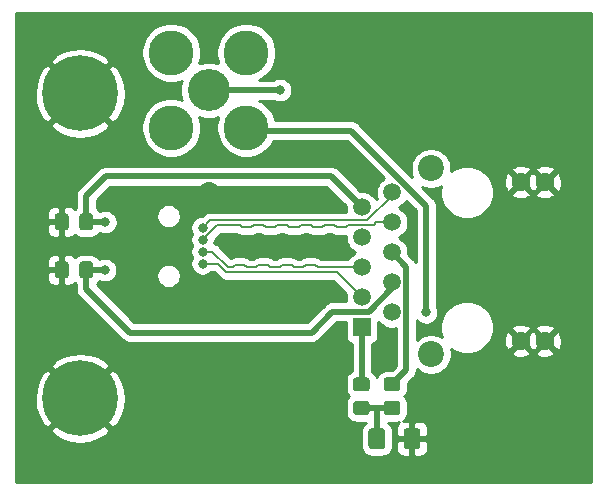
<source format=gtl>
G04 #@! TF.GenerationSoftware,KiCad,Pcbnew,(5.1.12)-1*
G04 #@! TF.CreationDate,2021-12-17T13:10:56+01:00*
G04 #@! TF.ProjectId,eth_mezz_mag_rj45,6574685f-6d65-47a7-9a5f-6d61675f726a,rev?*
G04 #@! TF.SameCoordinates,Original*
G04 #@! TF.FileFunction,Copper,L1,Top*
G04 #@! TF.FilePolarity,Positive*
%FSLAX46Y46*%
G04 Gerber Fmt 4.6, Leading zero omitted, Abs format (unit mm)*
G04 Created by KiCad (PCBNEW (5.1.12)-1) date 2021-12-17 13:10:56*
%MOMM*%
%LPD*%
G01*
G04 APERTURE LIST*
G04 #@! TA.AperFunction,ComponentPad*
%ADD10C,0.800000*%
G04 #@! TD*
G04 #@! TA.AperFunction,ComponentPad*
%ADD11C,6.400000*%
G04 #@! TD*
G04 #@! TA.AperFunction,ComponentPad*
%ADD12C,3.810000*%
G04 #@! TD*
G04 #@! TA.AperFunction,ComponentPad*
%ADD13C,3.556000*%
G04 #@! TD*
G04 #@! TA.AperFunction,ComponentPad*
%ADD14C,1.600000*%
G04 #@! TD*
G04 #@! TA.AperFunction,ComponentPad*
%ADD15R,1.500000X1.500000*%
G04 #@! TD*
G04 #@! TA.AperFunction,ComponentPad*
%ADD16C,1.500000*%
G04 #@! TD*
G04 #@! TA.AperFunction,ComponentPad*
%ADD17C,2.200000*%
G04 #@! TD*
G04 #@! TA.AperFunction,ViaPad*
%ADD18C,0.800000*%
G04 #@! TD*
G04 #@! TA.AperFunction,ViaPad*
%ADD19C,1.600000*%
G04 #@! TD*
G04 #@! TA.AperFunction,Conductor*
%ADD20C,0.200000*%
G04 #@! TD*
G04 #@! TA.AperFunction,Conductor*
%ADD21C,0.568540*%
G04 #@! TD*
G04 #@! TA.AperFunction,Conductor*
%ADD22C,0.500000*%
G04 #@! TD*
G04 #@! TA.AperFunction,Conductor*
%ADD23C,0.254000*%
G04 #@! TD*
G04 #@! TA.AperFunction,Conductor*
%ADD24C,0.100000*%
G04 #@! TD*
G04 APERTURE END LIST*
D10*
X119093056Y-106981344D03*
X117396000Y-106278400D03*
X115698944Y-106981344D03*
X114996000Y-108678400D03*
X115698944Y-110375456D03*
X117396000Y-111078400D03*
X119093056Y-110375456D03*
X119796000Y-108678400D03*
D11*
X117396000Y-108678400D03*
D10*
X119093056Y-81174944D03*
X117396000Y-80472000D03*
X115698944Y-81174944D03*
X114996000Y-82872000D03*
X115698944Y-84569056D03*
X117396000Y-85272000D03*
X119093056Y-84569056D03*
X119796000Y-82872000D03*
D11*
X117396000Y-82872000D03*
D12*
X131467600Y-85767600D03*
X125117600Y-85767600D03*
X131467600Y-79417600D03*
D13*
X128292600Y-82592600D03*
D12*
X125117600Y-79417600D03*
G04 #@! TA.AperFunction,SMDPad,CuDef*
G36*
G01*
X116416500Y-97332200D02*
X116416500Y-98282200D01*
G75*
G02*
X116166500Y-98532200I-250000J0D01*
G01*
X115491500Y-98532200D01*
G75*
G02*
X115241500Y-98282200I0J250000D01*
G01*
X115241500Y-97332200D01*
G75*
G02*
X115491500Y-97082200I250000J0D01*
G01*
X116166500Y-97082200D01*
G75*
G02*
X116416500Y-97332200I0J-250000D01*
G01*
G37*
G04 #@! TD.AperFunction*
G04 #@! TA.AperFunction,SMDPad,CuDef*
G36*
G01*
X118491500Y-97332200D02*
X118491500Y-98282200D01*
G75*
G02*
X118241500Y-98532200I-250000J0D01*
G01*
X117566500Y-98532200D01*
G75*
G02*
X117316500Y-98282200I0J250000D01*
G01*
X117316500Y-97332200D01*
G75*
G02*
X117566500Y-97082200I250000J0D01*
G01*
X118241500Y-97082200D01*
G75*
G02*
X118491500Y-97332200I0J-250000D01*
G01*
G37*
G04 #@! TD.AperFunction*
G04 #@! TA.AperFunction,SMDPad,CuDef*
G36*
G01*
X116416500Y-93268200D02*
X116416500Y-94218200D01*
G75*
G02*
X116166500Y-94468200I-250000J0D01*
G01*
X115491500Y-94468200D01*
G75*
G02*
X115241500Y-94218200I0J250000D01*
G01*
X115241500Y-93268200D01*
G75*
G02*
X115491500Y-93018200I250000J0D01*
G01*
X116166500Y-93018200D01*
G75*
G02*
X116416500Y-93268200I0J-250000D01*
G01*
G37*
G04 #@! TD.AperFunction*
G04 #@! TA.AperFunction,SMDPad,CuDef*
G36*
G01*
X118491500Y-93268200D02*
X118491500Y-94218200D01*
G75*
G02*
X118241500Y-94468200I-250000J0D01*
G01*
X117566500Y-94468200D01*
G75*
G02*
X117316500Y-94218200I0J250000D01*
G01*
X117316500Y-93268200D01*
G75*
G02*
X117566500Y-93018200I250000J0D01*
G01*
X118241500Y-93018200D01*
G75*
G02*
X118491500Y-93268200I0J-250000D01*
G01*
G37*
G04 #@! TD.AperFunction*
G04 #@! TA.AperFunction,SMDPad,CuDef*
G36*
G01*
X144775000Y-112725000D02*
X144775000Y-111475000D01*
G75*
G02*
X145025000Y-111225000I250000J0D01*
G01*
X145950000Y-111225000D01*
G75*
G02*
X146200000Y-111475000I0J-250000D01*
G01*
X146200000Y-112725000D01*
G75*
G02*
X145950000Y-112975000I-250000J0D01*
G01*
X145025000Y-112975000D01*
G75*
G02*
X144775000Y-112725000I0J250000D01*
G01*
G37*
G04 #@! TD.AperFunction*
G04 #@! TA.AperFunction,SMDPad,CuDef*
G36*
G01*
X141800000Y-112725000D02*
X141800000Y-111475000D01*
G75*
G02*
X142050000Y-111225000I250000J0D01*
G01*
X142975000Y-111225000D01*
G75*
G02*
X143225000Y-111475000I0J-250000D01*
G01*
X143225000Y-112725000D01*
G75*
G02*
X142975000Y-112975000I-250000J0D01*
G01*
X142050000Y-112975000D01*
G75*
G02*
X141800000Y-112725000I0J250000D01*
G01*
G37*
G04 #@! TD.AperFunction*
G04 #@! TA.AperFunction,SMDPad,CuDef*
G36*
G01*
X143349999Y-108900000D02*
X144250001Y-108900000D01*
G75*
G02*
X144500000Y-109149999I0J-249999D01*
G01*
X144500000Y-109850001D01*
G75*
G02*
X144250001Y-110100000I-249999J0D01*
G01*
X143349999Y-110100000D01*
G75*
G02*
X143100000Y-109850001I0J249999D01*
G01*
X143100000Y-109149999D01*
G75*
G02*
X143349999Y-108900000I249999J0D01*
G01*
G37*
G04 #@! TD.AperFunction*
G04 #@! TA.AperFunction,SMDPad,CuDef*
G36*
G01*
X143349999Y-106900000D02*
X144250001Y-106900000D01*
G75*
G02*
X144500000Y-107149999I0J-249999D01*
G01*
X144500000Y-107850001D01*
G75*
G02*
X144250001Y-108100000I-249999J0D01*
G01*
X143349999Y-108100000D01*
G75*
G02*
X143100000Y-107850001I0J249999D01*
G01*
X143100000Y-107149999D01*
G75*
G02*
X143349999Y-106900000I249999J0D01*
G01*
G37*
G04 #@! TD.AperFunction*
G04 #@! TA.AperFunction,SMDPad,CuDef*
G36*
G01*
X140749999Y-108900000D02*
X141650001Y-108900000D01*
G75*
G02*
X141900000Y-109149999I0J-249999D01*
G01*
X141900000Y-109850001D01*
G75*
G02*
X141650001Y-110100000I-249999J0D01*
G01*
X140749999Y-110100000D01*
G75*
G02*
X140500000Y-109850001I0J249999D01*
G01*
X140500000Y-109149999D01*
G75*
G02*
X140749999Y-108900000I249999J0D01*
G01*
G37*
G04 #@! TD.AperFunction*
G04 #@! TA.AperFunction,SMDPad,CuDef*
G36*
G01*
X140749999Y-106900000D02*
X141650001Y-106900000D01*
G75*
G02*
X141900000Y-107149999I0J-249999D01*
G01*
X141900000Y-107850001D01*
G75*
G02*
X141650001Y-108100000I-249999J0D01*
G01*
X140749999Y-108100000D01*
G75*
G02*
X140500000Y-107850001I0J249999D01*
G01*
X140500000Y-107149999D01*
G75*
G02*
X140749999Y-106900000I249999J0D01*
G01*
G37*
G04 #@! TD.AperFunction*
D14*
X154720000Y-90366000D03*
X156750000Y-90366000D03*
X154720000Y-103816000D03*
D15*
X141260000Y-102680000D03*
D16*
X141260000Y-100140000D03*
X141260000Y-97600000D03*
X141260000Y-95060000D03*
X141260000Y-92520000D03*
X143800000Y-101410000D03*
X143800000Y-98870000D03*
X143800000Y-96330000D03*
X143800000Y-93790000D03*
D17*
X147102000Y-104966000D03*
X147100000Y-89220000D03*
D14*
X156750000Y-103816000D03*
D16*
X143800000Y-91250000D03*
D18*
X131109410Y-99300010D03*
X132444510Y-99300010D03*
X133779610Y-99300010D03*
X135114710Y-99300010D03*
X136449810Y-99300010D03*
X137784910Y-99300010D03*
X129774311Y-99300010D03*
X138510543Y-92309989D03*
X137173047Y-92309989D03*
X135835551Y-92309989D03*
X134498055Y-92309989D03*
X133160560Y-92309989D03*
X131823064Y-92309989D03*
X130485568Y-92309989D03*
D19*
X114017800Y-95826000D03*
D18*
X130800000Y-95800000D03*
D19*
X124000000Y-111320000D03*
X139240000Y-111320000D03*
X124000000Y-106240000D03*
X139240000Y-106240000D03*
X128318000Y-91127000D03*
X131620000Y-111320000D03*
X131620000Y-106240000D03*
D18*
X127759200Y-94250000D03*
X127759200Y-97273800D03*
X134337800Y-82592600D03*
X119529600Y-93768600D03*
X134300000Y-95800000D03*
X138300000Y-95800000D03*
X136400000Y-88000000D03*
X136300000Y-84300000D03*
D19*
X137700000Y-78100000D03*
X142300000Y-81400000D03*
X146300000Y-85400000D03*
X149300000Y-81400000D03*
X155300000Y-81400000D03*
X156300000Y-108400000D03*
X156300000Y-113400000D03*
X150300000Y-113400000D03*
X150300000Y-108400000D03*
D18*
X143300000Y-104400000D03*
X145600000Y-96200000D03*
X119504200Y-97832600D03*
X127759200Y-96257800D03*
X127759200Y-95250000D03*
X146700000Y-101400000D03*
D20*
X127759200Y-94250000D02*
X128399211Y-93609989D01*
X128399211Y-93609989D02*
X141724013Y-93609989D01*
X141724013Y-93609989D02*
X143800000Y-91534002D01*
X143800000Y-91534002D02*
X143800000Y-91250000D01*
D21*
X127759200Y-95305300D02*
X127822700Y-95305300D01*
D22*
X131715000Y-86015000D02*
X131467600Y-85767600D01*
X136369800Y-86015000D02*
X131715000Y-86015000D01*
X134337800Y-82592600D02*
X128292600Y-82592600D01*
X119504200Y-93743200D02*
X119529600Y-93768600D01*
X117904000Y-91533400D02*
X117904000Y-93743200D01*
X119560401Y-89876999D02*
X117904000Y-91533400D01*
X117904000Y-93743200D02*
X119504200Y-93743200D01*
X138616999Y-89876999D02*
X141260000Y-92520000D01*
X119560401Y-89876999D02*
X138616999Y-89876999D01*
X117904000Y-97807200D02*
X119478800Y-97807200D01*
X119478800Y-97807200D02*
X119504200Y-97832600D01*
X117904000Y-99407400D02*
X117904000Y-97807200D01*
X121612400Y-103115800D02*
X117904000Y-99407400D01*
X141836001Y-101340001D02*
X143800000Y-99376002D01*
X138759999Y-101340001D02*
X141836001Y-101340001D01*
X143800000Y-99376002D02*
X143800000Y-98870000D01*
X136984200Y-103115800D02*
X138759999Y-101340001D01*
X121612400Y-103115800D02*
X136984200Y-103115800D01*
X142512500Y-112100000D02*
X142512500Y-109587500D01*
X142512500Y-109587500D02*
X142600000Y-109500000D01*
X142600000Y-109500000D02*
X143800000Y-109500000D01*
X141200000Y-109500000D02*
X142600000Y-109500000D01*
D20*
X127759200Y-97273800D02*
X129048102Y-97273800D01*
X129048102Y-97273800D02*
X129774311Y-98000010D01*
X139120010Y-98000010D02*
X141260000Y-100140000D01*
X129774311Y-98000010D02*
X139120010Y-98000010D01*
X137495180Y-97600000D02*
X139300783Y-97600000D01*
X137300000Y-97404819D02*
X137495180Y-97600000D01*
X136495180Y-97404819D02*
X137300000Y-97404819D01*
X135495180Y-97600000D02*
X136300000Y-97600000D01*
X135300000Y-97404819D02*
X135495180Y-97600000D01*
X127759200Y-96257800D02*
X128597800Y-96257800D01*
X129940000Y-97600000D02*
X130300000Y-97600000D01*
X130495180Y-97404819D02*
X131300000Y-97404819D01*
X130300000Y-97600000D02*
X130495180Y-97404819D01*
X132495180Y-97404819D02*
X133300000Y-97404819D01*
X131300000Y-97404819D02*
X131495180Y-97600000D01*
X134495180Y-97404819D02*
X135300000Y-97404819D01*
X128597800Y-96257800D02*
X129940000Y-97600000D01*
X131495180Y-97600000D02*
X132300000Y-97600000D01*
X133495180Y-97600000D02*
X134300000Y-97600000D01*
X139300783Y-97600000D02*
X141260000Y-97600000D01*
X136300000Y-97600000D02*
X136495180Y-97404819D01*
X132300000Y-97600000D02*
X132495180Y-97404819D01*
X133300000Y-97404819D02*
X133495180Y-97600000D01*
X134300000Y-97600000D02*
X134495180Y-97404819D01*
D22*
X143800000Y-93790000D02*
X143745200Y-93844800D01*
D20*
X128246001Y-94763199D02*
X127759200Y-95250000D01*
X130902399Y-94009999D02*
X128999201Y-94009999D01*
X131902399Y-94207602D02*
X131100001Y-94207602D01*
X132100001Y-94009999D02*
X131902399Y-94207602D01*
X132902399Y-94009999D02*
X132100001Y-94009999D01*
X131100001Y-94207602D02*
X130902399Y-94009999D01*
X133100001Y-94207602D02*
X132902399Y-94009999D01*
X133902399Y-94207602D02*
X133100001Y-94207602D01*
X134100001Y-94009999D02*
X133902399Y-94207602D01*
X134902399Y-94009999D02*
X134100001Y-94009999D01*
X135100001Y-94207602D02*
X134902399Y-94009999D01*
X143800000Y-93790000D02*
X142469998Y-93790000D01*
X142469998Y-93790000D02*
X142249999Y-94009999D01*
X142249999Y-94009999D02*
X140100001Y-94009999D01*
X140100001Y-94009999D02*
X139902399Y-94207602D01*
X138902399Y-94009999D02*
X138100001Y-94009999D01*
X137100001Y-94207602D02*
X136902399Y-94009999D01*
X139902399Y-94207602D02*
X139100001Y-94207602D01*
X128999201Y-94009999D02*
X128246001Y-94763199D01*
X135902399Y-94207602D02*
X135100001Y-94207602D01*
X139100001Y-94207602D02*
X138902399Y-94009999D01*
X136100001Y-94009999D02*
X135902399Y-94207602D01*
X138100001Y-94009999D02*
X137902399Y-94207602D01*
X137902399Y-94207602D02*
X137100001Y-94207602D01*
X136902399Y-94009999D02*
X136100001Y-94009999D01*
D22*
X143745200Y-91304800D02*
X143800000Y-91250000D01*
X141260000Y-107440000D02*
X141200000Y-107500000D01*
X141260000Y-102680000D02*
X141260000Y-107440000D01*
X146700000Y-92373998D02*
X146700000Y-101400000D01*
X140341002Y-86015000D02*
X146700000Y-92373998D01*
X136369800Y-86015000D02*
X140341002Y-86015000D01*
X145000001Y-97530001D02*
X143800000Y-96330000D01*
X145000001Y-106299999D02*
X145000001Y-97530001D01*
X143800000Y-107500000D02*
X145000001Y-106299999D01*
D23*
X160640001Y-115740000D02*
X111960000Y-115740000D01*
X111960000Y-111379281D01*
X114874724Y-111379281D01*
X115234912Y-111868948D01*
X115898882Y-112229249D01*
X116620385Y-112453094D01*
X117371695Y-112531880D01*
X118123938Y-112462578D01*
X118848208Y-112247852D01*
X119516670Y-111895955D01*
X119557088Y-111868948D01*
X119917276Y-111379281D01*
X117396000Y-108858005D01*
X114874724Y-111379281D01*
X111960000Y-111379281D01*
X111960000Y-108654095D01*
X113542520Y-108654095D01*
X113611822Y-109406338D01*
X113826548Y-110130608D01*
X114178445Y-110799070D01*
X114205452Y-110839488D01*
X114695119Y-111199676D01*
X117216395Y-108678400D01*
X117575605Y-108678400D01*
X120096881Y-111199676D01*
X120586548Y-110839488D01*
X120946849Y-110175518D01*
X121170694Y-109454015D01*
X121249480Y-108702705D01*
X121180178Y-107950462D01*
X120965452Y-107226192D01*
X120613555Y-106557730D01*
X120586548Y-106517312D01*
X120096881Y-106157124D01*
X117575605Y-108678400D01*
X117216395Y-108678400D01*
X114695119Y-106157124D01*
X114205452Y-106517312D01*
X113845151Y-107181282D01*
X113621306Y-107902785D01*
X113542520Y-108654095D01*
X111960000Y-108654095D01*
X111960000Y-105977519D01*
X114874724Y-105977519D01*
X117396000Y-108498795D01*
X119917276Y-105977519D01*
X119557088Y-105487852D01*
X118893118Y-105127551D01*
X118171615Y-104903706D01*
X117420305Y-104824920D01*
X116668062Y-104894222D01*
X115943792Y-105108948D01*
X115275330Y-105460845D01*
X115234912Y-105487852D01*
X114874724Y-105977519D01*
X111960000Y-105977519D01*
X111960000Y-98532200D01*
X114603428Y-98532200D01*
X114615688Y-98656682D01*
X114651998Y-98776380D01*
X114710963Y-98886694D01*
X114790315Y-98983385D01*
X114887006Y-99062737D01*
X114997320Y-99121702D01*
X115117018Y-99158012D01*
X115241500Y-99170272D01*
X115543250Y-99167200D01*
X115702000Y-99008450D01*
X115702000Y-97934200D01*
X114765250Y-97934200D01*
X114606500Y-98092950D01*
X114603428Y-98532200D01*
X111960000Y-98532200D01*
X111960000Y-97082200D01*
X114603428Y-97082200D01*
X114606500Y-97521450D01*
X114765250Y-97680200D01*
X115702000Y-97680200D01*
X115702000Y-96605950D01*
X115543250Y-96447200D01*
X115241500Y-96444128D01*
X115117018Y-96456388D01*
X114997320Y-96492698D01*
X114887006Y-96551663D01*
X114790315Y-96631015D01*
X114710963Y-96727706D01*
X114651998Y-96838020D01*
X114615688Y-96957718D01*
X114603428Y-97082200D01*
X111960000Y-97082200D01*
X111960000Y-94468200D01*
X114603428Y-94468200D01*
X114615688Y-94592682D01*
X114651998Y-94712380D01*
X114710963Y-94822694D01*
X114790315Y-94919385D01*
X114887006Y-94998737D01*
X114997320Y-95057702D01*
X115117018Y-95094012D01*
X115241500Y-95106272D01*
X115543250Y-95103200D01*
X115702000Y-94944450D01*
X115702000Y-93870200D01*
X114765250Y-93870200D01*
X114606500Y-94028950D01*
X114603428Y-94468200D01*
X111960000Y-94468200D01*
X111960000Y-93018200D01*
X114603428Y-93018200D01*
X114606500Y-93457450D01*
X114765250Y-93616200D01*
X115702000Y-93616200D01*
X115702000Y-92541950D01*
X115956000Y-92541950D01*
X115956000Y-93616200D01*
X115976000Y-93616200D01*
X115976000Y-93870200D01*
X115956000Y-93870200D01*
X115956000Y-94944450D01*
X116114750Y-95103200D01*
X116416500Y-95106272D01*
X116540982Y-95094012D01*
X116660680Y-95057702D01*
X116770994Y-94998737D01*
X116867685Y-94919385D01*
X116933158Y-94839606D01*
X116938538Y-94846162D01*
X117073114Y-94956605D01*
X117226650Y-95038672D01*
X117393246Y-95089208D01*
X117566500Y-95106272D01*
X118241500Y-95106272D01*
X118414754Y-95089208D01*
X118581350Y-95038672D01*
X118734886Y-94956605D01*
X118869462Y-94846162D01*
X118979905Y-94711586D01*
X119005701Y-94663325D01*
X119039344Y-94685805D01*
X119227702Y-94763826D01*
X119427661Y-94803600D01*
X119631539Y-94803600D01*
X119831498Y-94763826D01*
X120019856Y-94685805D01*
X120189374Y-94572537D01*
X120333537Y-94428374D01*
X120446805Y-94258856D01*
X120524826Y-94070498D01*
X120564600Y-93870539D01*
X120564600Y-93666661D01*
X120524826Y-93466702D01*
X120446805Y-93278344D01*
X120360088Y-93148561D01*
X123854820Y-93148561D01*
X123854820Y-93352439D01*
X123894594Y-93552398D01*
X123972615Y-93740756D01*
X124085883Y-93910274D01*
X124230046Y-94054437D01*
X124399564Y-94167705D01*
X124587922Y-94245726D01*
X124787881Y-94285500D01*
X124991759Y-94285500D01*
X125191718Y-94245726D01*
X125380076Y-94167705D01*
X125549594Y-94054437D01*
X125693757Y-93910274D01*
X125807025Y-93740756D01*
X125885046Y-93552398D01*
X125924820Y-93352439D01*
X125924820Y-93148561D01*
X125885046Y-92948602D01*
X125807025Y-92760244D01*
X125693757Y-92590726D01*
X125549594Y-92446563D01*
X125380076Y-92333295D01*
X125191718Y-92255274D01*
X124991759Y-92215500D01*
X124787881Y-92215500D01*
X124587922Y-92255274D01*
X124399564Y-92333295D01*
X124230046Y-92446563D01*
X124085883Y-92590726D01*
X123972615Y-92760244D01*
X123894594Y-92948602D01*
X123854820Y-93148561D01*
X120360088Y-93148561D01*
X120333537Y-93108826D01*
X120189374Y-92964663D01*
X120019856Y-92851395D01*
X119831498Y-92773374D01*
X119631539Y-92733600D01*
X119427661Y-92733600D01*
X119227702Y-92773374D01*
X119039344Y-92851395D01*
X119029160Y-92858200D01*
X119024476Y-92858200D01*
X118979905Y-92774814D01*
X118869462Y-92640238D01*
X118789000Y-92574205D01*
X118789000Y-91899978D01*
X119926980Y-90761999D01*
X138250421Y-90761999D01*
X139875000Y-92386579D01*
X139875000Y-92656411D01*
X139918478Y-92874989D01*
X128435305Y-92874989D01*
X128399210Y-92871434D01*
X128363115Y-92874989D01*
X128363106Y-92874989D01*
X128255126Y-92885624D01*
X128116578Y-92927652D01*
X127988891Y-92995902D01*
X127876973Y-93087751D01*
X127853957Y-93115796D01*
X127754753Y-93215000D01*
X127657261Y-93215000D01*
X127457302Y-93254774D01*
X127268944Y-93332795D01*
X127099426Y-93446063D01*
X126955263Y-93590226D01*
X126841995Y-93759744D01*
X126763974Y-93948102D01*
X126724200Y-94148061D01*
X126724200Y-94351939D01*
X126763974Y-94551898D01*
X126841995Y-94740256D01*
X126848506Y-94750000D01*
X126841995Y-94759744D01*
X126763974Y-94948102D01*
X126724200Y-95148061D01*
X126724200Y-95351939D01*
X126763974Y-95551898D01*
X126841995Y-95740256D01*
X126851112Y-95753900D01*
X126841995Y-95767544D01*
X126763974Y-95955902D01*
X126724200Y-96155861D01*
X126724200Y-96359739D01*
X126763974Y-96559698D01*
X126841995Y-96748056D01*
X126853851Y-96765800D01*
X126841995Y-96783544D01*
X126763974Y-96971902D01*
X126724200Y-97171861D01*
X126724200Y-97375739D01*
X126763974Y-97575698D01*
X126841995Y-97764056D01*
X126955263Y-97933574D01*
X127099426Y-98077737D01*
X127268944Y-98191005D01*
X127457302Y-98269026D01*
X127657261Y-98308800D01*
X127861139Y-98308800D01*
X128061098Y-98269026D01*
X128249456Y-98191005D01*
X128418974Y-98077737D01*
X128487911Y-98008800D01*
X128743655Y-98008800D01*
X129229056Y-98494202D01*
X129252073Y-98522248D01*
X129363991Y-98614097D01*
X129438996Y-98654188D01*
X129479428Y-98675799D01*
X129491678Y-98682347D01*
X129630226Y-98724375D01*
X129738206Y-98735010D01*
X129738215Y-98735010D01*
X129774310Y-98738565D01*
X129810407Y-98735010D01*
X138815564Y-98735010D01*
X139909699Y-99829146D01*
X139875000Y-100003589D01*
X139875000Y-100276411D01*
X139910524Y-100455001D01*
X138803465Y-100455001D01*
X138759998Y-100450720D01*
X138716532Y-100455001D01*
X138716522Y-100455001D01*
X138586509Y-100467806D01*
X138419686Y-100518412D01*
X138265940Y-100600590D01*
X138265938Y-100600591D01*
X138265939Y-100600591D01*
X138164952Y-100683469D01*
X138164950Y-100683471D01*
X138131182Y-100711184D01*
X138103469Y-100744952D01*
X136617622Y-102230800D01*
X121978979Y-102230800D01*
X118789000Y-99040822D01*
X118789000Y-98976195D01*
X118869462Y-98910162D01*
X118979905Y-98775586D01*
X118999017Y-98739831D01*
X119013944Y-98749805D01*
X119202302Y-98827826D01*
X119402261Y-98867600D01*
X119606139Y-98867600D01*
X119806098Y-98827826D01*
X119994456Y-98749805D01*
X120163974Y-98636537D01*
X120308137Y-98492374D01*
X120421405Y-98322856D01*
X120469824Y-98205961D01*
X123854820Y-98205961D01*
X123854820Y-98409839D01*
X123894594Y-98609798D01*
X123972615Y-98798156D01*
X124085883Y-98967674D01*
X124230046Y-99111837D01*
X124399564Y-99225105D01*
X124587922Y-99303126D01*
X124787881Y-99342900D01*
X124991759Y-99342900D01*
X125191718Y-99303126D01*
X125380076Y-99225105D01*
X125549594Y-99111837D01*
X125693757Y-98967674D01*
X125807025Y-98798156D01*
X125885046Y-98609798D01*
X125924820Y-98409839D01*
X125924820Y-98205961D01*
X125885046Y-98006002D01*
X125807025Y-97817644D01*
X125693757Y-97648126D01*
X125549594Y-97503963D01*
X125380076Y-97390695D01*
X125191718Y-97312674D01*
X124991759Y-97272900D01*
X124787881Y-97272900D01*
X124587922Y-97312674D01*
X124399564Y-97390695D01*
X124230046Y-97503963D01*
X124085883Y-97648126D01*
X123972615Y-97817644D01*
X123894594Y-98006002D01*
X123854820Y-98205961D01*
X120469824Y-98205961D01*
X120499426Y-98134498D01*
X120539200Y-97934539D01*
X120539200Y-97730661D01*
X120499426Y-97530702D01*
X120421405Y-97342344D01*
X120308137Y-97172826D01*
X120163974Y-97028663D01*
X119994456Y-96915395D01*
X119806098Y-96837374D01*
X119606139Y-96797600D01*
X119402261Y-96797600D01*
X119202302Y-96837374D01*
X119019589Y-96913057D01*
X118979905Y-96838814D01*
X118869462Y-96704238D01*
X118734886Y-96593795D01*
X118581350Y-96511728D01*
X118414754Y-96461192D01*
X118241500Y-96444128D01*
X117566500Y-96444128D01*
X117393246Y-96461192D01*
X117226650Y-96511728D01*
X117073114Y-96593795D01*
X116938538Y-96704238D01*
X116933158Y-96710794D01*
X116867685Y-96631015D01*
X116770994Y-96551663D01*
X116660680Y-96492698D01*
X116540982Y-96456388D01*
X116416500Y-96444128D01*
X116114750Y-96447200D01*
X115956000Y-96605950D01*
X115956000Y-97680200D01*
X115976000Y-97680200D01*
X115976000Y-97934200D01*
X115956000Y-97934200D01*
X115956000Y-99008450D01*
X116114750Y-99167200D01*
X116416500Y-99170272D01*
X116540982Y-99158012D01*
X116660680Y-99121702D01*
X116770994Y-99062737D01*
X116867685Y-98983385D01*
X116933158Y-98903606D01*
X116938538Y-98910162D01*
X117019000Y-98976195D01*
X117019000Y-99363931D01*
X117014719Y-99407400D01*
X117019000Y-99450869D01*
X117019000Y-99450876D01*
X117031805Y-99580889D01*
X117082411Y-99747712D01*
X117164589Y-99901458D01*
X117275183Y-100036217D01*
X117308956Y-100063934D01*
X120955870Y-103710849D01*
X120983583Y-103744617D01*
X121017351Y-103772330D01*
X121017353Y-103772332D01*
X121118341Y-103855211D01*
X121272086Y-103937389D01*
X121438910Y-103987995D01*
X121568923Y-104000800D01*
X121568931Y-104000800D01*
X121612400Y-104005081D01*
X121655869Y-104000800D01*
X136940731Y-104000800D01*
X136984200Y-104005081D01*
X137027669Y-104000800D01*
X137027677Y-104000800D01*
X137157690Y-103987995D01*
X137324513Y-103937389D01*
X137478259Y-103855211D01*
X137613017Y-103744617D01*
X137640734Y-103710844D01*
X139126578Y-102225001D01*
X139871928Y-102225001D01*
X139871928Y-103430000D01*
X139884188Y-103554482D01*
X139920498Y-103674180D01*
X139979463Y-103784494D01*
X140058815Y-103881185D01*
X140155506Y-103960537D01*
X140265820Y-104019502D01*
X140375000Y-104052621D01*
X140375001Y-106348315D01*
X140256613Y-106411595D01*
X140122038Y-106522038D01*
X140011595Y-106656613D01*
X139929528Y-106810149D01*
X139878992Y-106976745D01*
X139861928Y-107149999D01*
X139861928Y-107850001D01*
X139878992Y-108023255D01*
X139929528Y-108189851D01*
X140011595Y-108343387D01*
X140122038Y-108477962D01*
X140148891Y-108500000D01*
X140122038Y-108522038D01*
X140011595Y-108656613D01*
X139929528Y-108810149D01*
X139878992Y-108976745D01*
X139861928Y-109149999D01*
X139861928Y-109850001D01*
X139878992Y-110023255D01*
X139929528Y-110189851D01*
X140011595Y-110343387D01*
X140122038Y-110477962D01*
X140256613Y-110588405D01*
X140410149Y-110670472D01*
X140576745Y-110721008D01*
X140749999Y-110738072D01*
X141554814Y-110738072D01*
X141422038Y-110847038D01*
X141311595Y-110981614D01*
X141229528Y-111135150D01*
X141178992Y-111301746D01*
X141161928Y-111475000D01*
X141161928Y-112725000D01*
X141178992Y-112898254D01*
X141229528Y-113064850D01*
X141311595Y-113218386D01*
X141422038Y-113352962D01*
X141556614Y-113463405D01*
X141710150Y-113545472D01*
X141876746Y-113596008D01*
X142050000Y-113613072D01*
X142975000Y-113613072D01*
X143148254Y-113596008D01*
X143314850Y-113545472D01*
X143468386Y-113463405D01*
X143602962Y-113352962D01*
X143713405Y-113218386D01*
X143795472Y-113064850D01*
X143822727Y-112975000D01*
X144136928Y-112975000D01*
X144149188Y-113099482D01*
X144185498Y-113219180D01*
X144244463Y-113329494D01*
X144323815Y-113426185D01*
X144420506Y-113505537D01*
X144530820Y-113564502D01*
X144650518Y-113600812D01*
X144775000Y-113613072D01*
X145201750Y-113610000D01*
X145360500Y-113451250D01*
X145360500Y-112227000D01*
X145614500Y-112227000D01*
X145614500Y-113451250D01*
X145773250Y-113610000D01*
X146200000Y-113613072D01*
X146324482Y-113600812D01*
X146444180Y-113564502D01*
X146554494Y-113505537D01*
X146651185Y-113426185D01*
X146730537Y-113329494D01*
X146789502Y-113219180D01*
X146825812Y-113099482D01*
X146838072Y-112975000D01*
X146835000Y-112385750D01*
X146676250Y-112227000D01*
X145614500Y-112227000D01*
X145360500Y-112227000D01*
X144298750Y-112227000D01*
X144140000Y-112385750D01*
X144136928Y-112975000D01*
X143822727Y-112975000D01*
X143846008Y-112898254D01*
X143863072Y-112725000D01*
X143863072Y-111475000D01*
X143846008Y-111301746D01*
X143795472Y-111135150D01*
X143713405Y-110981614D01*
X143602962Y-110847038D01*
X143470186Y-110738072D01*
X144250001Y-110738072D01*
X144383375Y-110724936D01*
X144323815Y-110773815D01*
X144244463Y-110870506D01*
X144185498Y-110980820D01*
X144149188Y-111100518D01*
X144136928Y-111225000D01*
X144140000Y-111814250D01*
X144298750Y-111973000D01*
X145360500Y-111973000D01*
X145360500Y-110748750D01*
X145614500Y-110748750D01*
X145614500Y-111973000D01*
X146676250Y-111973000D01*
X146835000Y-111814250D01*
X146838072Y-111225000D01*
X146825812Y-111100518D01*
X146789502Y-110980820D01*
X146730537Y-110870506D01*
X146651185Y-110773815D01*
X146554494Y-110694463D01*
X146444180Y-110635498D01*
X146324482Y-110599188D01*
X146200000Y-110586928D01*
X145773250Y-110590000D01*
X145614500Y-110748750D01*
X145360500Y-110748750D01*
X145201750Y-110590000D01*
X144775000Y-110586928D01*
X144739634Y-110590411D01*
X144743387Y-110588405D01*
X144877962Y-110477962D01*
X144988405Y-110343387D01*
X145070472Y-110189851D01*
X145121008Y-110023255D01*
X145138072Y-109850001D01*
X145138072Y-109149999D01*
X145121008Y-108976745D01*
X145070472Y-108810149D01*
X144988405Y-108656613D01*
X144877962Y-108522038D01*
X144851109Y-108500000D01*
X144877962Y-108477962D01*
X144988405Y-108343387D01*
X145070472Y-108189851D01*
X145121008Y-108023255D01*
X145138072Y-107850001D01*
X145138072Y-107413507D01*
X145595051Y-106956528D01*
X145628818Y-106928816D01*
X145656598Y-106894967D01*
X145739412Y-106794058D01*
X145821590Y-106640313D01*
X145872196Y-106473489D01*
X145879840Y-106395877D01*
X145885001Y-106343476D01*
X145885001Y-106343468D01*
X145889282Y-106299999D01*
X145885001Y-106256530D01*
X145885001Y-106202662D01*
X145996002Y-106313663D01*
X146280169Y-106503537D01*
X146595919Y-106634325D01*
X146931117Y-106701000D01*
X147272883Y-106701000D01*
X147608081Y-106634325D01*
X147923831Y-106503537D01*
X148207998Y-106313663D01*
X148449663Y-106071998D01*
X148639537Y-105787831D01*
X148770325Y-105472081D01*
X148837000Y-105136883D01*
X148837000Y-104795117D01*
X148774062Y-104478706D01*
X149079489Y-104682786D01*
X149490782Y-104853149D01*
X149927409Y-104940000D01*
X150372591Y-104940000D01*
X150809218Y-104853149D01*
X150916522Y-104808702D01*
X153906903Y-104808702D01*
X153978486Y-105052671D01*
X154233996Y-105173571D01*
X154508184Y-105242300D01*
X154790512Y-105256217D01*
X155070130Y-105214787D01*
X155336292Y-105119603D01*
X155461514Y-105052671D01*
X155533097Y-104808702D01*
X155936903Y-104808702D01*
X156008486Y-105052671D01*
X156263996Y-105173571D01*
X156538184Y-105242300D01*
X156820512Y-105256217D01*
X157100130Y-105214787D01*
X157366292Y-105119603D01*
X157491514Y-105052671D01*
X157563097Y-104808702D01*
X156750000Y-103995605D01*
X155936903Y-104808702D01*
X155533097Y-104808702D01*
X154720000Y-103995605D01*
X153906903Y-104808702D01*
X150916522Y-104808702D01*
X151220511Y-104682786D01*
X151590666Y-104435456D01*
X151905456Y-104120666D01*
X152061912Y-103886512D01*
X153279783Y-103886512D01*
X153321213Y-104166130D01*
X153416397Y-104432292D01*
X153483329Y-104557514D01*
X153727298Y-104629097D01*
X154540395Y-103816000D01*
X154899605Y-103816000D01*
X155407706Y-104324101D01*
X155446397Y-104432292D01*
X155513329Y-104557514D01*
X155694184Y-104610579D01*
X155712702Y-104629097D01*
X155735000Y-104622555D01*
X155757298Y-104629097D01*
X155775816Y-104610579D01*
X155956671Y-104557514D01*
X156071446Y-104314949D01*
X156570395Y-103816000D01*
X156929605Y-103816000D01*
X157742702Y-104629097D01*
X157986671Y-104557514D01*
X158107571Y-104302004D01*
X158176300Y-104027816D01*
X158190217Y-103745488D01*
X158148787Y-103465870D01*
X158053603Y-103199708D01*
X157986671Y-103074486D01*
X157742702Y-103002903D01*
X156929605Y-103816000D01*
X156570395Y-103816000D01*
X156062294Y-103307899D01*
X156023603Y-103199708D01*
X155956671Y-103074486D01*
X155775816Y-103021421D01*
X155757298Y-103002903D01*
X155735000Y-103009445D01*
X155712702Y-103002903D01*
X155694184Y-103021421D01*
X155513329Y-103074486D01*
X155398554Y-103317051D01*
X154899605Y-103816000D01*
X154540395Y-103816000D01*
X153727298Y-103002903D01*
X153483329Y-103074486D01*
X153362429Y-103329996D01*
X153293700Y-103604184D01*
X153279783Y-103886512D01*
X152061912Y-103886512D01*
X152152786Y-103750511D01*
X152323149Y-103339218D01*
X152410000Y-102902591D01*
X152410000Y-102823298D01*
X153906903Y-102823298D01*
X154720000Y-103636395D01*
X155533097Y-102823298D01*
X155936903Y-102823298D01*
X156750000Y-103636395D01*
X157563097Y-102823298D01*
X157491514Y-102579329D01*
X157236004Y-102458429D01*
X156961816Y-102389700D01*
X156679488Y-102375783D01*
X156399870Y-102417213D01*
X156133708Y-102512397D01*
X156008486Y-102579329D01*
X155936903Y-102823298D01*
X155533097Y-102823298D01*
X155461514Y-102579329D01*
X155206004Y-102458429D01*
X154931816Y-102389700D01*
X154649488Y-102375783D01*
X154369870Y-102417213D01*
X154103708Y-102512397D01*
X153978486Y-102579329D01*
X153906903Y-102823298D01*
X152410000Y-102823298D01*
X152410000Y-102457409D01*
X152323149Y-102020782D01*
X152152786Y-101609489D01*
X151905456Y-101239334D01*
X151590666Y-100924544D01*
X151220511Y-100677214D01*
X150809218Y-100506851D01*
X150372591Y-100420000D01*
X149927409Y-100420000D01*
X149490782Y-100506851D01*
X149079489Y-100677214D01*
X148709334Y-100924544D01*
X148394544Y-101239334D01*
X148147214Y-101609489D01*
X147976851Y-102020782D01*
X147890000Y-102457409D01*
X147890000Y-102902591D01*
X147976851Y-103339218D01*
X148048254Y-103511599D01*
X147923831Y-103428463D01*
X147608081Y-103297675D01*
X147272883Y-103231000D01*
X146931117Y-103231000D01*
X146595919Y-103297675D01*
X146280169Y-103428463D01*
X145996002Y-103618337D01*
X145885001Y-103729338D01*
X145885001Y-102043219D01*
X145896063Y-102059774D01*
X146040226Y-102203937D01*
X146209744Y-102317205D01*
X146398102Y-102395226D01*
X146598061Y-102435000D01*
X146801939Y-102435000D01*
X147001898Y-102395226D01*
X147190256Y-102317205D01*
X147359774Y-102203937D01*
X147503937Y-102059774D01*
X147617205Y-101890256D01*
X147695226Y-101701898D01*
X147735000Y-101501939D01*
X147735000Y-101298061D01*
X147695226Y-101098102D01*
X147617205Y-100909744D01*
X147585000Y-100861546D01*
X147585000Y-92417463D01*
X147589281Y-92373997D01*
X147585000Y-92330531D01*
X147585000Y-92330521D01*
X147572195Y-92200508D01*
X147521589Y-92033685D01*
X147439411Y-91879939D01*
X147387459Y-91816636D01*
X147356532Y-91778951D01*
X147356530Y-91778949D01*
X147328817Y-91745181D01*
X147295051Y-91717470D01*
X146375387Y-90797806D01*
X146593919Y-90888325D01*
X146929117Y-90955000D01*
X147270883Y-90955000D01*
X147606081Y-90888325D01*
X147921831Y-90757537D01*
X147947030Y-90740699D01*
X147890000Y-91027409D01*
X147890000Y-91472591D01*
X147976851Y-91909218D01*
X148147214Y-92320511D01*
X148394544Y-92690666D01*
X148709334Y-93005456D01*
X149079489Y-93252786D01*
X149490782Y-93423149D01*
X149927409Y-93510000D01*
X150372591Y-93510000D01*
X150809218Y-93423149D01*
X151220511Y-93252786D01*
X151590666Y-93005456D01*
X151905456Y-92690666D01*
X152152786Y-92320511D01*
X152323149Y-91909218D01*
X152410000Y-91472591D01*
X152410000Y-91358702D01*
X153906903Y-91358702D01*
X153978486Y-91602671D01*
X154233996Y-91723571D01*
X154508184Y-91792300D01*
X154790512Y-91806217D01*
X155070130Y-91764787D01*
X155336292Y-91669603D01*
X155461514Y-91602671D01*
X155533097Y-91358702D01*
X155936903Y-91358702D01*
X156008486Y-91602671D01*
X156263996Y-91723571D01*
X156538184Y-91792300D01*
X156820512Y-91806217D01*
X157100130Y-91764787D01*
X157366292Y-91669603D01*
X157491514Y-91602671D01*
X157563097Y-91358702D01*
X156750000Y-90545605D01*
X155936903Y-91358702D01*
X155533097Y-91358702D01*
X154720000Y-90545605D01*
X153906903Y-91358702D01*
X152410000Y-91358702D01*
X152410000Y-91027409D01*
X152323149Y-90590782D01*
X152259249Y-90436512D01*
X153279783Y-90436512D01*
X153321213Y-90716130D01*
X153416397Y-90982292D01*
X153483329Y-91107514D01*
X153727298Y-91179097D01*
X154540395Y-90366000D01*
X154899605Y-90366000D01*
X155407706Y-90874101D01*
X155446397Y-90982292D01*
X155513329Y-91107514D01*
X155694184Y-91160579D01*
X155712702Y-91179097D01*
X155735000Y-91172555D01*
X155757298Y-91179097D01*
X155775816Y-91160579D01*
X155956671Y-91107514D01*
X156071446Y-90864949D01*
X156570395Y-90366000D01*
X156929605Y-90366000D01*
X157742702Y-91179097D01*
X157986671Y-91107514D01*
X158107571Y-90852004D01*
X158176300Y-90577816D01*
X158190217Y-90295488D01*
X158148787Y-90015870D01*
X158053603Y-89749708D01*
X157986671Y-89624486D01*
X157742702Y-89552903D01*
X156929605Y-90366000D01*
X156570395Y-90366000D01*
X156062294Y-89857899D01*
X156023603Y-89749708D01*
X155956671Y-89624486D01*
X155775816Y-89571421D01*
X155757298Y-89552903D01*
X155735000Y-89559445D01*
X155712702Y-89552903D01*
X155694184Y-89571421D01*
X155513329Y-89624486D01*
X155398554Y-89867051D01*
X154899605Y-90366000D01*
X154540395Y-90366000D01*
X153727298Y-89552903D01*
X153483329Y-89624486D01*
X153362429Y-89879996D01*
X153293700Y-90154184D01*
X153279783Y-90436512D01*
X152259249Y-90436512D01*
X152152786Y-90179489D01*
X151905456Y-89809334D01*
X151590666Y-89494544D01*
X151409209Y-89373298D01*
X153906903Y-89373298D01*
X154720000Y-90186395D01*
X155533097Y-89373298D01*
X155936903Y-89373298D01*
X156750000Y-90186395D01*
X157563097Y-89373298D01*
X157491514Y-89129329D01*
X157236004Y-89008429D01*
X156961816Y-88939700D01*
X156679488Y-88925783D01*
X156399870Y-88967213D01*
X156133708Y-89062397D01*
X156008486Y-89129329D01*
X155936903Y-89373298D01*
X155533097Y-89373298D01*
X155461514Y-89129329D01*
X155206004Y-89008429D01*
X154931816Y-88939700D01*
X154649488Y-88925783D01*
X154369870Y-88967213D01*
X154103708Y-89062397D01*
X153978486Y-89129329D01*
X153906903Y-89373298D01*
X151409209Y-89373298D01*
X151220511Y-89247214D01*
X150809218Y-89076851D01*
X150372591Y-88990000D01*
X149927409Y-88990000D01*
X149490782Y-89076851D01*
X149079489Y-89247214D01*
X148830482Y-89413595D01*
X148835000Y-89390883D01*
X148835000Y-89049117D01*
X148768325Y-88713919D01*
X148637537Y-88398169D01*
X148447663Y-88114002D01*
X148205998Y-87872337D01*
X147921831Y-87682463D01*
X147606081Y-87551675D01*
X147270883Y-87485000D01*
X146929117Y-87485000D01*
X146593919Y-87551675D01*
X146278169Y-87682463D01*
X145994002Y-87872337D01*
X145752337Y-88114002D01*
X145562463Y-88398169D01*
X145431675Y-88713919D01*
X145365000Y-89049117D01*
X145365000Y-89390883D01*
X145431675Y-89726081D01*
X145522194Y-89944613D01*
X140997534Y-85419954D01*
X140969819Y-85386183D01*
X140835061Y-85275589D01*
X140681315Y-85193411D01*
X140514492Y-85142805D01*
X140384479Y-85130000D01*
X140384471Y-85130000D01*
X140341002Y-85125719D01*
X140297533Y-85130000D01*
X133930535Y-85130000D01*
X133909989Y-85026709D01*
X133718519Y-84564459D01*
X133440547Y-84148444D01*
X133086756Y-83794653D01*
X132670741Y-83516681D01*
X132576391Y-83477600D01*
X133799346Y-83477600D01*
X133847544Y-83509805D01*
X134035902Y-83587826D01*
X134235861Y-83627600D01*
X134439739Y-83627600D01*
X134639698Y-83587826D01*
X134828056Y-83509805D01*
X134997574Y-83396537D01*
X135141737Y-83252374D01*
X135255005Y-83082856D01*
X135333026Y-82894498D01*
X135372800Y-82694539D01*
X135372800Y-82490661D01*
X135333026Y-82290702D01*
X135255005Y-82102344D01*
X135141737Y-81932826D01*
X134997574Y-81788663D01*
X134828056Y-81675395D01*
X134639698Y-81597374D01*
X134439739Y-81557600D01*
X134235861Y-81557600D01*
X134035902Y-81597374D01*
X133847544Y-81675395D01*
X133799346Y-81707600D01*
X132576391Y-81707600D01*
X132670741Y-81668519D01*
X133086756Y-81390547D01*
X133440547Y-81036756D01*
X133718519Y-80620741D01*
X133909989Y-80158491D01*
X134007600Y-79667768D01*
X134007600Y-79167432D01*
X133909989Y-78676709D01*
X133718519Y-78214459D01*
X133440547Y-77798444D01*
X133086756Y-77444653D01*
X132670741Y-77166681D01*
X132208491Y-76975211D01*
X131717768Y-76877600D01*
X131217432Y-76877600D01*
X130726709Y-76975211D01*
X130264459Y-77166681D01*
X129848444Y-77444653D01*
X129494653Y-77798444D01*
X129216681Y-78214459D01*
X129025211Y-78676709D01*
X128927600Y-79167432D01*
X128927600Y-79667768D01*
X129025211Y-80158491D01*
X129088088Y-80310291D01*
X128996446Y-80272331D01*
X128530260Y-80179600D01*
X128054940Y-80179600D01*
X127588754Y-80272331D01*
X127497112Y-80310291D01*
X127559989Y-80158491D01*
X127657600Y-79667768D01*
X127657600Y-79167432D01*
X127559989Y-78676709D01*
X127368519Y-78214459D01*
X127090547Y-77798444D01*
X126736756Y-77444653D01*
X126320741Y-77166681D01*
X125858491Y-76975211D01*
X125367768Y-76877600D01*
X124867432Y-76877600D01*
X124376709Y-76975211D01*
X123914459Y-77166681D01*
X123498444Y-77444653D01*
X123144653Y-77798444D01*
X122866681Y-78214459D01*
X122675211Y-78676709D01*
X122577600Y-79167432D01*
X122577600Y-79667768D01*
X122675211Y-80158491D01*
X122866681Y-80620741D01*
X123144653Y-81036756D01*
X123498444Y-81390547D01*
X123914459Y-81668519D01*
X124376709Y-81859989D01*
X124867432Y-81957600D01*
X125367768Y-81957600D01*
X125858491Y-81859989D01*
X126010291Y-81797112D01*
X125972331Y-81888754D01*
X125879600Y-82354940D01*
X125879600Y-82830260D01*
X125972331Y-83296446D01*
X126010291Y-83388088D01*
X125858491Y-83325211D01*
X125367768Y-83227600D01*
X124867432Y-83227600D01*
X124376709Y-83325211D01*
X123914459Y-83516681D01*
X123498444Y-83794653D01*
X123144653Y-84148444D01*
X122866681Y-84564459D01*
X122675211Y-85026709D01*
X122577600Y-85517432D01*
X122577600Y-86017768D01*
X122675211Y-86508491D01*
X122866681Y-86970741D01*
X123144653Y-87386756D01*
X123498444Y-87740547D01*
X123914459Y-88018519D01*
X124376709Y-88209989D01*
X124867432Y-88307600D01*
X125367768Y-88307600D01*
X125858491Y-88209989D01*
X126320741Y-88018519D01*
X126736756Y-87740547D01*
X127090547Y-87386756D01*
X127368519Y-86970741D01*
X127559989Y-86508491D01*
X127657600Y-86017768D01*
X127657600Y-85517432D01*
X127559989Y-85026709D01*
X127497112Y-84874909D01*
X127588754Y-84912869D01*
X128054940Y-85005600D01*
X128530260Y-85005600D01*
X128996446Y-84912869D01*
X129088088Y-84874909D01*
X129025211Y-85026709D01*
X128927600Y-85517432D01*
X128927600Y-86017768D01*
X129025211Y-86508491D01*
X129216681Y-86970741D01*
X129494653Y-87386756D01*
X129848444Y-87740547D01*
X130264459Y-88018519D01*
X130726709Y-88209989D01*
X131217432Y-88307600D01*
X131717768Y-88307600D01*
X132208491Y-88209989D01*
X132670741Y-88018519D01*
X133086756Y-87740547D01*
X133440547Y-87386756D01*
X133718519Y-86970741D01*
X133747821Y-86900000D01*
X139974424Y-86900000D01*
X143115840Y-90041416D01*
X142917114Y-90174201D01*
X142724201Y-90367114D01*
X142572629Y-90593957D01*
X142468225Y-90846011D01*
X142415000Y-91113589D01*
X142415000Y-91386411D01*
X142468225Y-91653989D01*
X142518703Y-91775853D01*
X142464631Y-91829924D01*
X142335799Y-91637114D01*
X142142886Y-91444201D01*
X141916043Y-91292629D01*
X141663989Y-91188225D01*
X141396411Y-91135000D01*
X141126579Y-91135000D01*
X139273533Y-89281955D01*
X139245816Y-89248182D01*
X139111058Y-89137588D01*
X138957312Y-89055410D01*
X138790489Y-89004804D01*
X138660476Y-88991999D01*
X138660468Y-88991999D01*
X138616999Y-88987718D01*
X138573530Y-88991999D01*
X119603870Y-88991999D01*
X119560401Y-88987718D01*
X119516932Y-88991999D01*
X119516924Y-88991999D01*
X119386911Y-89004804D01*
X119220088Y-89055410D01*
X119081794Y-89129329D01*
X119066342Y-89137588D01*
X118965354Y-89220467D01*
X118965352Y-89220469D01*
X118931584Y-89248182D01*
X118903871Y-89281950D01*
X117308956Y-90876866D01*
X117275183Y-90904583D01*
X117164589Y-91039342D01*
X117082411Y-91193088D01*
X117052215Y-91292629D01*
X117032172Y-91358702D01*
X117031805Y-91359911D01*
X117019000Y-91489924D01*
X117019000Y-91489931D01*
X117014719Y-91533400D01*
X117019000Y-91576869D01*
X117019000Y-92574205D01*
X116938538Y-92640238D01*
X116933158Y-92646794D01*
X116867685Y-92567015D01*
X116770994Y-92487663D01*
X116660680Y-92428698D01*
X116540982Y-92392388D01*
X116416500Y-92380128D01*
X116114750Y-92383200D01*
X115956000Y-92541950D01*
X115702000Y-92541950D01*
X115543250Y-92383200D01*
X115241500Y-92380128D01*
X115117018Y-92392388D01*
X114997320Y-92428698D01*
X114887006Y-92487663D01*
X114790315Y-92567015D01*
X114710963Y-92663706D01*
X114651998Y-92774020D01*
X114615688Y-92893718D01*
X114603428Y-93018200D01*
X111960000Y-93018200D01*
X111960000Y-85572881D01*
X114874724Y-85572881D01*
X115234912Y-86062548D01*
X115898882Y-86422849D01*
X116620385Y-86646694D01*
X117371695Y-86725480D01*
X118123938Y-86656178D01*
X118848208Y-86441452D01*
X119516670Y-86089555D01*
X119557088Y-86062548D01*
X119917276Y-85572881D01*
X117396000Y-83051605D01*
X114874724Y-85572881D01*
X111960000Y-85572881D01*
X111960000Y-82847695D01*
X113542520Y-82847695D01*
X113611822Y-83599938D01*
X113826548Y-84324208D01*
X114178445Y-84992670D01*
X114205452Y-85033088D01*
X114695119Y-85393276D01*
X117216395Y-82872000D01*
X117575605Y-82872000D01*
X120096881Y-85393276D01*
X120586548Y-85033088D01*
X120946849Y-84369118D01*
X121170694Y-83647615D01*
X121249480Y-82896305D01*
X121180178Y-82144062D01*
X120965452Y-81419792D01*
X120613555Y-80751330D01*
X120586548Y-80710912D01*
X120096881Y-80350724D01*
X117575605Y-82872000D01*
X117216395Y-82872000D01*
X114695119Y-80350724D01*
X114205452Y-80710912D01*
X113845151Y-81374882D01*
X113621306Y-82096385D01*
X113542520Y-82847695D01*
X111960000Y-82847695D01*
X111960000Y-80171119D01*
X114874724Y-80171119D01*
X117396000Y-82692395D01*
X119917276Y-80171119D01*
X119557088Y-79681452D01*
X118893118Y-79321151D01*
X118171615Y-79097306D01*
X117420305Y-79018520D01*
X116668062Y-79087822D01*
X115943792Y-79302548D01*
X115275330Y-79654445D01*
X115234912Y-79681452D01*
X114874724Y-80171119D01*
X111960000Y-80171119D01*
X111960000Y-76060000D01*
X160640000Y-76060000D01*
X160640001Y-115740000D01*
G04 #@! TA.AperFunction,Conductor*
D24*
G36*
X160640001Y-115740000D02*
G01*
X111960000Y-115740000D01*
X111960000Y-111379281D01*
X114874724Y-111379281D01*
X115234912Y-111868948D01*
X115898882Y-112229249D01*
X116620385Y-112453094D01*
X117371695Y-112531880D01*
X118123938Y-112462578D01*
X118848208Y-112247852D01*
X119516670Y-111895955D01*
X119557088Y-111868948D01*
X119917276Y-111379281D01*
X117396000Y-108858005D01*
X114874724Y-111379281D01*
X111960000Y-111379281D01*
X111960000Y-108654095D01*
X113542520Y-108654095D01*
X113611822Y-109406338D01*
X113826548Y-110130608D01*
X114178445Y-110799070D01*
X114205452Y-110839488D01*
X114695119Y-111199676D01*
X117216395Y-108678400D01*
X117575605Y-108678400D01*
X120096881Y-111199676D01*
X120586548Y-110839488D01*
X120946849Y-110175518D01*
X121170694Y-109454015D01*
X121249480Y-108702705D01*
X121180178Y-107950462D01*
X120965452Y-107226192D01*
X120613555Y-106557730D01*
X120586548Y-106517312D01*
X120096881Y-106157124D01*
X117575605Y-108678400D01*
X117216395Y-108678400D01*
X114695119Y-106157124D01*
X114205452Y-106517312D01*
X113845151Y-107181282D01*
X113621306Y-107902785D01*
X113542520Y-108654095D01*
X111960000Y-108654095D01*
X111960000Y-105977519D01*
X114874724Y-105977519D01*
X117396000Y-108498795D01*
X119917276Y-105977519D01*
X119557088Y-105487852D01*
X118893118Y-105127551D01*
X118171615Y-104903706D01*
X117420305Y-104824920D01*
X116668062Y-104894222D01*
X115943792Y-105108948D01*
X115275330Y-105460845D01*
X115234912Y-105487852D01*
X114874724Y-105977519D01*
X111960000Y-105977519D01*
X111960000Y-98532200D01*
X114603428Y-98532200D01*
X114615688Y-98656682D01*
X114651998Y-98776380D01*
X114710963Y-98886694D01*
X114790315Y-98983385D01*
X114887006Y-99062737D01*
X114997320Y-99121702D01*
X115117018Y-99158012D01*
X115241500Y-99170272D01*
X115543250Y-99167200D01*
X115702000Y-99008450D01*
X115702000Y-97934200D01*
X114765250Y-97934200D01*
X114606500Y-98092950D01*
X114603428Y-98532200D01*
X111960000Y-98532200D01*
X111960000Y-97082200D01*
X114603428Y-97082200D01*
X114606500Y-97521450D01*
X114765250Y-97680200D01*
X115702000Y-97680200D01*
X115702000Y-96605950D01*
X115543250Y-96447200D01*
X115241500Y-96444128D01*
X115117018Y-96456388D01*
X114997320Y-96492698D01*
X114887006Y-96551663D01*
X114790315Y-96631015D01*
X114710963Y-96727706D01*
X114651998Y-96838020D01*
X114615688Y-96957718D01*
X114603428Y-97082200D01*
X111960000Y-97082200D01*
X111960000Y-94468200D01*
X114603428Y-94468200D01*
X114615688Y-94592682D01*
X114651998Y-94712380D01*
X114710963Y-94822694D01*
X114790315Y-94919385D01*
X114887006Y-94998737D01*
X114997320Y-95057702D01*
X115117018Y-95094012D01*
X115241500Y-95106272D01*
X115543250Y-95103200D01*
X115702000Y-94944450D01*
X115702000Y-93870200D01*
X114765250Y-93870200D01*
X114606500Y-94028950D01*
X114603428Y-94468200D01*
X111960000Y-94468200D01*
X111960000Y-93018200D01*
X114603428Y-93018200D01*
X114606500Y-93457450D01*
X114765250Y-93616200D01*
X115702000Y-93616200D01*
X115702000Y-92541950D01*
X115956000Y-92541950D01*
X115956000Y-93616200D01*
X115976000Y-93616200D01*
X115976000Y-93870200D01*
X115956000Y-93870200D01*
X115956000Y-94944450D01*
X116114750Y-95103200D01*
X116416500Y-95106272D01*
X116540982Y-95094012D01*
X116660680Y-95057702D01*
X116770994Y-94998737D01*
X116867685Y-94919385D01*
X116933158Y-94839606D01*
X116938538Y-94846162D01*
X117073114Y-94956605D01*
X117226650Y-95038672D01*
X117393246Y-95089208D01*
X117566500Y-95106272D01*
X118241500Y-95106272D01*
X118414754Y-95089208D01*
X118581350Y-95038672D01*
X118734886Y-94956605D01*
X118869462Y-94846162D01*
X118979905Y-94711586D01*
X119005701Y-94663325D01*
X119039344Y-94685805D01*
X119227702Y-94763826D01*
X119427661Y-94803600D01*
X119631539Y-94803600D01*
X119831498Y-94763826D01*
X120019856Y-94685805D01*
X120189374Y-94572537D01*
X120333537Y-94428374D01*
X120446805Y-94258856D01*
X120524826Y-94070498D01*
X120564600Y-93870539D01*
X120564600Y-93666661D01*
X120524826Y-93466702D01*
X120446805Y-93278344D01*
X120360088Y-93148561D01*
X123854820Y-93148561D01*
X123854820Y-93352439D01*
X123894594Y-93552398D01*
X123972615Y-93740756D01*
X124085883Y-93910274D01*
X124230046Y-94054437D01*
X124399564Y-94167705D01*
X124587922Y-94245726D01*
X124787881Y-94285500D01*
X124991759Y-94285500D01*
X125191718Y-94245726D01*
X125380076Y-94167705D01*
X125549594Y-94054437D01*
X125693757Y-93910274D01*
X125807025Y-93740756D01*
X125885046Y-93552398D01*
X125924820Y-93352439D01*
X125924820Y-93148561D01*
X125885046Y-92948602D01*
X125807025Y-92760244D01*
X125693757Y-92590726D01*
X125549594Y-92446563D01*
X125380076Y-92333295D01*
X125191718Y-92255274D01*
X124991759Y-92215500D01*
X124787881Y-92215500D01*
X124587922Y-92255274D01*
X124399564Y-92333295D01*
X124230046Y-92446563D01*
X124085883Y-92590726D01*
X123972615Y-92760244D01*
X123894594Y-92948602D01*
X123854820Y-93148561D01*
X120360088Y-93148561D01*
X120333537Y-93108826D01*
X120189374Y-92964663D01*
X120019856Y-92851395D01*
X119831498Y-92773374D01*
X119631539Y-92733600D01*
X119427661Y-92733600D01*
X119227702Y-92773374D01*
X119039344Y-92851395D01*
X119029160Y-92858200D01*
X119024476Y-92858200D01*
X118979905Y-92774814D01*
X118869462Y-92640238D01*
X118789000Y-92574205D01*
X118789000Y-91899978D01*
X119926980Y-90761999D01*
X138250421Y-90761999D01*
X139875000Y-92386579D01*
X139875000Y-92656411D01*
X139918478Y-92874989D01*
X128435305Y-92874989D01*
X128399210Y-92871434D01*
X128363115Y-92874989D01*
X128363106Y-92874989D01*
X128255126Y-92885624D01*
X128116578Y-92927652D01*
X127988891Y-92995902D01*
X127876973Y-93087751D01*
X127853957Y-93115796D01*
X127754753Y-93215000D01*
X127657261Y-93215000D01*
X127457302Y-93254774D01*
X127268944Y-93332795D01*
X127099426Y-93446063D01*
X126955263Y-93590226D01*
X126841995Y-93759744D01*
X126763974Y-93948102D01*
X126724200Y-94148061D01*
X126724200Y-94351939D01*
X126763974Y-94551898D01*
X126841995Y-94740256D01*
X126848506Y-94750000D01*
X126841995Y-94759744D01*
X126763974Y-94948102D01*
X126724200Y-95148061D01*
X126724200Y-95351939D01*
X126763974Y-95551898D01*
X126841995Y-95740256D01*
X126851112Y-95753900D01*
X126841995Y-95767544D01*
X126763974Y-95955902D01*
X126724200Y-96155861D01*
X126724200Y-96359739D01*
X126763974Y-96559698D01*
X126841995Y-96748056D01*
X126853851Y-96765800D01*
X126841995Y-96783544D01*
X126763974Y-96971902D01*
X126724200Y-97171861D01*
X126724200Y-97375739D01*
X126763974Y-97575698D01*
X126841995Y-97764056D01*
X126955263Y-97933574D01*
X127099426Y-98077737D01*
X127268944Y-98191005D01*
X127457302Y-98269026D01*
X127657261Y-98308800D01*
X127861139Y-98308800D01*
X128061098Y-98269026D01*
X128249456Y-98191005D01*
X128418974Y-98077737D01*
X128487911Y-98008800D01*
X128743655Y-98008800D01*
X129229056Y-98494202D01*
X129252073Y-98522248D01*
X129363991Y-98614097D01*
X129438996Y-98654188D01*
X129479428Y-98675799D01*
X129491678Y-98682347D01*
X129630226Y-98724375D01*
X129738206Y-98735010D01*
X129738215Y-98735010D01*
X129774310Y-98738565D01*
X129810407Y-98735010D01*
X138815564Y-98735010D01*
X139909699Y-99829146D01*
X139875000Y-100003589D01*
X139875000Y-100276411D01*
X139910524Y-100455001D01*
X138803465Y-100455001D01*
X138759998Y-100450720D01*
X138716532Y-100455001D01*
X138716522Y-100455001D01*
X138586509Y-100467806D01*
X138419686Y-100518412D01*
X138265940Y-100600590D01*
X138265938Y-100600591D01*
X138265939Y-100600591D01*
X138164952Y-100683469D01*
X138164950Y-100683471D01*
X138131182Y-100711184D01*
X138103469Y-100744952D01*
X136617622Y-102230800D01*
X121978979Y-102230800D01*
X118789000Y-99040822D01*
X118789000Y-98976195D01*
X118869462Y-98910162D01*
X118979905Y-98775586D01*
X118999017Y-98739831D01*
X119013944Y-98749805D01*
X119202302Y-98827826D01*
X119402261Y-98867600D01*
X119606139Y-98867600D01*
X119806098Y-98827826D01*
X119994456Y-98749805D01*
X120163974Y-98636537D01*
X120308137Y-98492374D01*
X120421405Y-98322856D01*
X120469824Y-98205961D01*
X123854820Y-98205961D01*
X123854820Y-98409839D01*
X123894594Y-98609798D01*
X123972615Y-98798156D01*
X124085883Y-98967674D01*
X124230046Y-99111837D01*
X124399564Y-99225105D01*
X124587922Y-99303126D01*
X124787881Y-99342900D01*
X124991759Y-99342900D01*
X125191718Y-99303126D01*
X125380076Y-99225105D01*
X125549594Y-99111837D01*
X125693757Y-98967674D01*
X125807025Y-98798156D01*
X125885046Y-98609798D01*
X125924820Y-98409839D01*
X125924820Y-98205961D01*
X125885046Y-98006002D01*
X125807025Y-97817644D01*
X125693757Y-97648126D01*
X125549594Y-97503963D01*
X125380076Y-97390695D01*
X125191718Y-97312674D01*
X124991759Y-97272900D01*
X124787881Y-97272900D01*
X124587922Y-97312674D01*
X124399564Y-97390695D01*
X124230046Y-97503963D01*
X124085883Y-97648126D01*
X123972615Y-97817644D01*
X123894594Y-98006002D01*
X123854820Y-98205961D01*
X120469824Y-98205961D01*
X120499426Y-98134498D01*
X120539200Y-97934539D01*
X120539200Y-97730661D01*
X120499426Y-97530702D01*
X120421405Y-97342344D01*
X120308137Y-97172826D01*
X120163974Y-97028663D01*
X119994456Y-96915395D01*
X119806098Y-96837374D01*
X119606139Y-96797600D01*
X119402261Y-96797600D01*
X119202302Y-96837374D01*
X119019589Y-96913057D01*
X118979905Y-96838814D01*
X118869462Y-96704238D01*
X118734886Y-96593795D01*
X118581350Y-96511728D01*
X118414754Y-96461192D01*
X118241500Y-96444128D01*
X117566500Y-96444128D01*
X117393246Y-96461192D01*
X117226650Y-96511728D01*
X117073114Y-96593795D01*
X116938538Y-96704238D01*
X116933158Y-96710794D01*
X116867685Y-96631015D01*
X116770994Y-96551663D01*
X116660680Y-96492698D01*
X116540982Y-96456388D01*
X116416500Y-96444128D01*
X116114750Y-96447200D01*
X115956000Y-96605950D01*
X115956000Y-97680200D01*
X115976000Y-97680200D01*
X115976000Y-97934200D01*
X115956000Y-97934200D01*
X115956000Y-99008450D01*
X116114750Y-99167200D01*
X116416500Y-99170272D01*
X116540982Y-99158012D01*
X116660680Y-99121702D01*
X116770994Y-99062737D01*
X116867685Y-98983385D01*
X116933158Y-98903606D01*
X116938538Y-98910162D01*
X117019000Y-98976195D01*
X117019000Y-99363931D01*
X117014719Y-99407400D01*
X117019000Y-99450869D01*
X117019000Y-99450876D01*
X117031805Y-99580889D01*
X117082411Y-99747712D01*
X117164589Y-99901458D01*
X117275183Y-100036217D01*
X117308956Y-100063934D01*
X120955870Y-103710849D01*
X120983583Y-103744617D01*
X121017351Y-103772330D01*
X121017353Y-103772332D01*
X121118341Y-103855211D01*
X121272086Y-103937389D01*
X121438910Y-103987995D01*
X121568923Y-104000800D01*
X121568931Y-104000800D01*
X121612400Y-104005081D01*
X121655869Y-104000800D01*
X136940731Y-104000800D01*
X136984200Y-104005081D01*
X137027669Y-104000800D01*
X137027677Y-104000800D01*
X137157690Y-103987995D01*
X137324513Y-103937389D01*
X137478259Y-103855211D01*
X137613017Y-103744617D01*
X137640734Y-103710844D01*
X139126578Y-102225001D01*
X139871928Y-102225001D01*
X139871928Y-103430000D01*
X139884188Y-103554482D01*
X139920498Y-103674180D01*
X139979463Y-103784494D01*
X140058815Y-103881185D01*
X140155506Y-103960537D01*
X140265820Y-104019502D01*
X140375000Y-104052621D01*
X140375001Y-106348315D01*
X140256613Y-106411595D01*
X140122038Y-106522038D01*
X140011595Y-106656613D01*
X139929528Y-106810149D01*
X139878992Y-106976745D01*
X139861928Y-107149999D01*
X139861928Y-107850001D01*
X139878992Y-108023255D01*
X139929528Y-108189851D01*
X140011595Y-108343387D01*
X140122038Y-108477962D01*
X140148891Y-108500000D01*
X140122038Y-108522038D01*
X140011595Y-108656613D01*
X139929528Y-108810149D01*
X139878992Y-108976745D01*
X139861928Y-109149999D01*
X139861928Y-109850001D01*
X139878992Y-110023255D01*
X139929528Y-110189851D01*
X140011595Y-110343387D01*
X140122038Y-110477962D01*
X140256613Y-110588405D01*
X140410149Y-110670472D01*
X140576745Y-110721008D01*
X140749999Y-110738072D01*
X141554814Y-110738072D01*
X141422038Y-110847038D01*
X141311595Y-110981614D01*
X141229528Y-111135150D01*
X141178992Y-111301746D01*
X141161928Y-111475000D01*
X141161928Y-112725000D01*
X141178992Y-112898254D01*
X141229528Y-113064850D01*
X141311595Y-113218386D01*
X141422038Y-113352962D01*
X141556614Y-113463405D01*
X141710150Y-113545472D01*
X141876746Y-113596008D01*
X142050000Y-113613072D01*
X142975000Y-113613072D01*
X143148254Y-113596008D01*
X143314850Y-113545472D01*
X143468386Y-113463405D01*
X143602962Y-113352962D01*
X143713405Y-113218386D01*
X143795472Y-113064850D01*
X143822727Y-112975000D01*
X144136928Y-112975000D01*
X144149188Y-113099482D01*
X144185498Y-113219180D01*
X144244463Y-113329494D01*
X144323815Y-113426185D01*
X144420506Y-113505537D01*
X144530820Y-113564502D01*
X144650518Y-113600812D01*
X144775000Y-113613072D01*
X145201750Y-113610000D01*
X145360500Y-113451250D01*
X145360500Y-112227000D01*
X145614500Y-112227000D01*
X145614500Y-113451250D01*
X145773250Y-113610000D01*
X146200000Y-113613072D01*
X146324482Y-113600812D01*
X146444180Y-113564502D01*
X146554494Y-113505537D01*
X146651185Y-113426185D01*
X146730537Y-113329494D01*
X146789502Y-113219180D01*
X146825812Y-113099482D01*
X146838072Y-112975000D01*
X146835000Y-112385750D01*
X146676250Y-112227000D01*
X145614500Y-112227000D01*
X145360500Y-112227000D01*
X144298750Y-112227000D01*
X144140000Y-112385750D01*
X144136928Y-112975000D01*
X143822727Y-112975000D01*
X143846008Y-112898254D01*
X143863072Y-112725000D01*
X143863072Y-111475000D01*
X143846008Y-111301746D01*
X143795472Y-111135150D01*
X143713405Y-110981614D01*
X143602962Y-110847038D01*
X143470186Y-110738072D01*
X144250001Y-110738072D01*
X144383375Y-110724936D01*
X144323815Y-110773815D01*
X144244463Y-110870506D01*
X144185498Y-110980820D01*
X144149188Y-111100518D01*
X144136928Y-111225000D01*
X144140000Y-111814250D01*
X144298750Y-111973000D01*
X145360500Y-111973000D01*
X145360500Y-110748750D01*
X145614500Y-110748750D01*
X145614500Y-111973000D01*
X146676250Y-111973000D01*
X146835000Y-111814250D01*
X146838072Y-111225000D01*
X146825812Y-111100518D01*
X146789502Y-110980820D01*
X146730537Y-110870506D01*
X146651185Y-110773815D01*
X146554494Y-110694463D01*
X146444180Y-110635498D01*
X146324482Y-110599188D01*
X146200000Y-110586928D01*
X145773250Y-110590000D01*
X145614500Y-110748750D01*
X145360500Y-110748750D01*
X145201750Y-110590000D01*
X144775000Y-110586928D01*
X144739634Y-110590411D01*
X144743387Y-110588405D01*
X144877962Y-110477962D01*
X144988405Y-110343387D01*
X145070472Y-110189851D01*
X145121008Y-110023255D01*
X145138072Y-109850001D01*
X145138072Y-109149999D01*
X145121008Y-108976745D01*
X145070472Y-108810149D01*
X144988405Y-108656613D01*
X144877962Y-108522038D01*
X144851109Y-108500000D01*
X144877962Y-108477962D01*
X144988405Y-108343387D01*
X145070472Y-108189851D01*
X145121008Y-108023255D01*
X145138072Y-107850001D01*
X145138072Y-107413507D01*
X145595051Y-106956528D01*
X145628818Y-106928816D01*
X145656598Y-106894967D01*
X145739412Y-106794058D01*
X145821590Y-106640313D01*
X145872196Y-106473489D01*
X145879840Y-106395877D01*
X145885001Y-106343476D01*
X145885001Y-106343468D01*
X145889282Y-106299999D01*
X145885001Y-106256530D01*
X145885001Y-106202662D01*
X145996002Y-106313663D01*
X146280169Y-106503537D01*
X146595919Y-106634325D01*
X146931117Y-106701000D01*
X147272883Y-106701000D01*
X147608081Y-106634325D01*
X147923831Y-106503537D01*
X148207998Y-106313663D01*
X148449663Y-106071998D01*
X148639537Y-105787831D01*
X148770325Y-105472081D01*
X148837000Y-105136883D01*
X148837000Y-104795117D01*
X148774062Y-104478706D01*
X149079489Y-104682786D01*
X149490782Y-104853149D01*
X149927409Y-104940000D01*
X150372591Y-104940000D01*
X150809218Y-104853149D01*
X150916522Y-104808702D01*
X153906903Y-104808702D01*
X153978486Y-105052671D01*
X154233996Y-105173571D01*
X154508184Y-105242300D01*
X154790512Y-105256217D01*
X155070130Y-105214787D01*
X155336292Y-105119603D01*
X155461514Y-105052671D01*
X155533097Y-104808702D01*
X155936903Y-104808702D01*
X156008486Y-105052671D01*
X156263996Y-105173571D01*
X156538184Y-105242300D01*
X156820512Y-105256217D01*
X157100130Y-105214787D01*
X157366292Y-105119603D01*
X157491514Y-105052671D01*
X157563097Y-104808702D01*
X156750000Y-103995605D01*
X155936903Y-104808702D01*
X155533097Y-104808702D01*
X154720000Y-103995605D01*
X153906903Y-104808702D01*
X150916522Y-104808702D01*
X151220511Y-104682786D01*
X151590666Y-104435456D01*
X151905456Y-104120666D01*
X152061912Y-103886512D01*
X153279783Y-103886512D01*
X153321213Y-104166130D01*
X153416397Y-104432292D01*
X153483329Y-104557514D01*
X153727298Y-104629097D01*
X154540395Y-103816000D01*
X154899605Y-103816000D01*
X155407706Y-104324101D01*
X155446397Y-104432292D01*
X155513329Y-104557514D01*
X155694184Y-104610579D01*
X155712702Y-104629097D01*
X155735000Y-104622555D01*
X155757298Y-104629097D01*
X155775816Y-104610579D01*
X155956671Y-104557514D01*
X156071446Y-104314949D01*
X156570395Y-103816000D01*
X156929605Y-103816000D01*
X157742702Y-104629097D01*
X157986671Y-104557514D01*
X158107571Y-104302004D01*
X158176300Y-104027816D01*
X158190217Y-103745488D01*
X158148787Y-103465870D01*
X158053603Y-103199708D01*
X157986671Y-103074486D01*
X157742702Y-103002903D01*
X156929605Y-103816000D01*
X156570395Y-103816000D01*
X156062294Y-103307899D01*
X156023603Y-103199708D01*
X155956671Y-103074486D01*
X155775816Y-103021421D01*
X155757298Y-103002903D01*
X155735000Y-103009445D01*
X155712702Y-103002903D01*
X155694184Y-103021421D01*
X155513329Y-103074486D01*
X155398554Y-103317051D01*
X154899605Y-103816000D01*
X154540395Y-103816000D01*
X153727298Y-103002903D01*
X153483329Y-103074486D01*
X153362429Y-103329996D01*
X153293700Y-103604184D01*
X153279783Y-103886512D01*
X152061912Y-103886512D01*
X152152786Y-103750511D01*
X152323149Y-103339218D01*
X152410000Y-102902591D01*
X152410000Y-102823298D01*
X153906903Y-102823298D01*
X154720000Y-103636395D01*
X155533097Y-102823298D01*
X155936903Y-102823298D01*
X156750000Y-103636395D01*
X157563097Y-102823298D01*
X157491514Y-102579329D01*
X157236004Y-102458429D01*
X156961816Y-102389700D01*
X156679488Y-102375783D01*
X156399870Y-102417213D01*
X156133708Y-102512397D01*
X156008486Y-102579329D01*
X155936903Y-102823298D01*
X155533097Y-102823298D01*
X155461514Y-102579329D01*
X155206004Y-102458429D01*
X154931816Y-102389700D01*
X154649488Y-102375783D01*
X154369870Y-102417213D01*
X154103708Y-102512397D01*
X153978486Y-102579329D01*
X153906903Y-102823298D01*
X152410000Y-102823298D01*
X152410000Y-102457409D01*
X152323149Y-102020782D01*
X152152786Y-101609489D01*
X151905456Y-101239334D01*
X151590666Y-100924544D01*
X151220511Y-100677214D01*
X150809218Y-100506851D01*
X150372591Y-100420000D01*
X149927409Y-100420000D01*
X149490782Y-100506851D01*
X149079489Y-100677214D01*
X148709334Y-100924544D01*
X148394544Y-101239334D01*
X148147214Y-101609489D01*
X147976851Y-102020782D01*
X147890000Y-102457409D01*
X147890000Y-102902591D01*
X147976851Y-103339218D01*
X148048254Y-103511599D01*
X147923831Y-103428463D01*
X147608081Y-103297675D01*
X147272883Y-103231000D01*
X146931117Y-103231000D01*
X146595919Y-103297675D01*
X146280169Y-103428463D01*
X145996002Y-103618337D01*
X145885001Y-103729338D01*
X145885001Y-102043219D01*
X145896063Y-102059774D01*
X146040226Y-102203937D01*
X146209744Y-102317205D01*
X146398102Y-102395226D01*
X146598061Y-102435000D01*
X146801939Y-102435000D01*
X147001898Y-102395226D01*
X147190256Y-102317205D01*
X147359774Y-102203937D01*
X147503937Y-102059774D01*
X147617205Y-101890256D01*
X147695226Y-101701898D01*
X147735000Y-101501939D01*
X147735000Y-101298061D01*
X147695226Y-101098102D01*
X147617205Y-100909744D01*
X147585000Y-100861546D01*
X147585000Y-92417463D01*
X147589281Y-92373997D01*
X147585000Y-92330531D01*
X147585000Y-92330521D01*
X147572195Y-92200508D01*
X147521589Y-92033685D01*
X147439411Y-91879939D01*
X147387459Y-91816636D01*
X147356532Y-91778951D01*
X147356530Y-91778949D01*
X147328817Y-91745181D01*
X147295051Y-91717470D01*
X146375387Y-90797806D01*
X146593919Y-90888325D01*
X146929117Y-90955000D01*
X147270883Y-90955000D01*
X147606081Y-90888325D01*
X147921831Y-90757537D01*
X147947030Y-90740699D01*
X147890000Y-91027409D01*
X147890000Y-91472591D01*
X147976851Y-91909218D01*
X148147214Y-92320511D01*
X148394544Y-92690666D01*
X148709334Y-93005456D01*
X149079489Y-93252786D01*
X149490782Y-93423149D01*
X149927409Y-93510000D01*
X150372591Y-93510000D01*
X150809218Y-93423149D01*
X151220511Y-93252786D01*
X151590666Y-93005456D01*
X151905456Y-92690666D01*
X152152786Y-92320511D01*
X152323149Y-91909218D01*
X152410000Y-91472591D01*
X152410000Y-91358702D01*
X153906903Y-91358702D01*
X153978486Y-91602671D01*
X154233996Y-91723571D01*
X154508184Y-91792300D01*
X154790512Y-91806217D01*
X155070130Y-91764787D01*
X155336292Y-91669603D01*
X155461514Y-91602671D01*
X155533097Y-91358702D01*
X155936903Y-91358702D01*
X156008486Y-91602671D01*
X156263996Y-91723571D01*
X156538184Y-91792300D01*
X156820512Y-91806217D01*
X157100130Y-91764787D01*
X157366292Y-91669603D01*
X157491514Y-91602671D01*
X157563097Y-91358702D01*
X156750000Y-90545605D01*
X155936903Y-91358702D01*
X155533097Y-91358702D01*
X154720000Y-90545605D01*
X153906903Y-91358702D01*
X152410000Y-91358702D01*
X152410000Y-91027409D01*
X152323149Y-90590782D01*
X152259249Y-90436512D01*
X153279783Y-90436512D01*
X153321213Y-90716130D01*
X153416397Y-90982292D01*
X153483329Y-91107514D01*
X153727298Y-91179097D01*
X154540395Y-90366000D01*
X154899605Y-90366000D01*
X155407706Y-90874101D01*
X155446397Y-90982292D01*
X155513329Y-91107514D01*
X155694184Y-91160579D01*
X155712702Y-91179097D01*
X155735000Y-91172555D01*
X155757298Y-91179097D01*
X155775816Y-91160579D01*
X155956671Y-91107514D01*
X156071446Y-90864949D01*
X156570395Y-90366000D01*
X156929605Y-90366000D01*
X157742702Y-91179097D01*
X157986671Y-91107514D01*
X158107571Y-90852004D01*
X158176300Y-90577816D01*
X158190217Y-90295488D01*
X158148787Y-90015870D01*
X158053603Y-89749708D01*
X157986671Y-89624486D01*
X157742702Y-89552903D01*
X156929605Y-90366000D01*
X156570395Y-90366000D01*
X156062294Y-89857899D01*
X156023603Y-89749708D01*
X155956671Y-89624486D01*
X155775816Y-89571421D01*
X155757298Y-89552903D01*
X155735000Y-89559445D01*
X155712702Y-89552903D01*
X155694184Y-89571421D01*
X155513329Y-89624486D01*
X155398554Y-89867051D01*
X154899605Y-90366000D01*
X154540395Y-90366000D01*
X153727298Y-89552903D01*
X153483329Y-89624486D01*
X153362429Y-89879996D01*
X153293700Y-90154184D01*
X153279783Y-90436512D01*
X152259249Y-90436512D01*
X152152786Y-90179489D01*
X151905456Y-89809334D01*
X151590666Y-89494544D01*
X151409209Y-89373298D01*
X153906903Y-89373298D01*
X154720000Y-90186395D01*
X155533097Y-89373298D01*
X155936903Y-89373298D01*
X156750000Y-90186395D01*
X157563097Y-89373298D01*
X157491514Y-89129329D01*
X157236004Y-89008429D01*
X156961816Y-88939700D01*
X156679488Y-88925783D01*
X156399870Y-88967213D01*
X156133708Y-89062397D01*
X156008486Y-89129329D01*
X155936903Y-89373298D01*
X155533097Y-89373298D01*
X155461514Y-89129329D01*
X155206004Y-89008429D01*
X154931816Y-88939700D01*
X154649488Y-88925783D01*
X154369870Y-88967213D01*
X154103708Y-89062397D01*
X153978486Y-89129329D01*
X153906903Y-89373298D01*
X151409209Y-89373298D01*
X151220511Y-89247214D01*
X150809218Y-89076851D01*
X150372591Y-88990000D01*
X149927409Y-88990000D01*
X149490782Y-89076851D01*
X149079489Y-89247214D01*
X148830482Y-89413595D01*
X148835000Y-89390883D01*
X148835000Y-89049117D01*
X148768325Y-88713919D01*
X148637537Y-88398169D01*
X148447663Y-88114002D01*
X148205998Y-87872337D01*
X147921831Y-87682463D01*
X147606081Y-87551675D01*
X147270883Y-87485000D01*
X146929117Y-87485000D01*
X146593919Y-87551675D01*
X146278169Y-87682463D01*
X145994002Y-87872337D01*
X145752337Y-88114002D01*
X145562463Y-88398169D01*
X145431675Y-88713919D01*
X145365000Y-89049117D01*
X145365000Y-89390883D01*
X145431675Y-89726081D01*
X145522194Y-89944613D01*
X140997534Y-85419954D01*
X140969819Y-85386183D01*
X140835061Y-85275589D01*
X140681315Y-85193411D01*
X140514492Y-85142805D01*
X140384479Y-85130000D01*
X140384471Y-85130000D01*
X140341002Y-85125719D01*
X140297533Y-85130000D01*
X133930535Y-85130000D01*
X133909989Y-85026709D01*
X133718519Y-84564459D01*
X133440547Y-84148444D01*
X133086756Y-83794653D01*
X132670741Y-83516681D01*
X132576391Y-83477600D01*
X133799346Y-83477600D01*
X133847544Y-83509805D01*
X134035902Y-83587826D01*
X134235861Y-83627600D01*
X134439739Y-83627600D01*
X134639698Y-83587826D01*
X134828056Y-83509805D01*
X134997574Y-83396537D01*
X135141737Y-83252374D01*
X135255005Y-83082856D01*
X135333026Y-82894498D01*
X135372800Y-82694539D01*
X135372800Y-82490661D01*
X135333026Y-82290702D01*
X135255005Y-82102344D01*
X135141737Y-81932826D01*
X134997574Y-81788663D01*
X134828056Y-81675395D01*
X134639698Y-81597374D01*
X134439739Y-81557600D01*
X134235861Y-81557600D01*
X134035902Y-81597374D01*
X133847544Y-81675395D01*
X133799346Y-81707600D01*
X132576391Y-81707600D01*
X132670741Y-81668519D01*
X133086756Y-81390547D01*
X133440547Y-81036756D01*
X133718519Y-80620741D01*
X133909989Y-80158491D01*
X134007600Y-79667768D01*
X134007600Y-79167432D01*
X133909989Y-78676709D01*
X133718519Y-78214459D01*
X133440547Y-77798444D01*
X133086756Y-77444653D01*
X132670741Y-77166681D01*
X132208491Y-76975211D01*
X131717768Y-76877600D01*
X131217432Y-76877600D01*
X130726709Y-76975211D01*
X130264459Y-77166681D01*
X129848444Y-77444653D01*
X129494653Y-77798444D01*
X129216681Y-78214459D01*
X129025211Y-78676709D01*
X128927600Y-79167432D01*
X128927600Y-79667768D01*
X129025211Y-80158491D01*
X129088088Y-80310291D01*
X128996446Y-80272331D01*
X128530260Y-80179600D01*
X128054940Y-80179600D01*
X127588754Y-80272331D01*
X127497112Y-80310291D01*
X127559989Y-80158491D01*
X127657600Y-79667768D01*
X127657600Y-79167432D01*
X127559989Y-78676709D01*
X127368519Y-78214459D01*
X127090547Y-77798444D01*
X126736756Y-77444653D01*
X126320741Y-77166681D01*
X125858491Y-76975211D01*
X125367768Y-76877600D01*
X124867432Y-76877600D01*
X124376709Y-76975211D01*
X123914459Y-77166681D01*
X123498444Y-77444653D01*
X123144653Y-77798444D01*
X122866681Y-78214459D01*
X122675211Y-78676709D01*
X122577600Y-79167432D01*
X122577600Y-79667768D01*
X122675211Y-80158491D01*
X122866681Y-80620741D01*
X123144653Y-81036756D01*
X123498444Y-81390547D01*
X123914459Y-81668519D01*
X124376709Y-81859989D01*
X124867432Y-81957600D01*
X125367768Y-81957600D01*
X125858491Y-81859989D01*
X126010291Y-81797112D01*
X125972331Y-81888754D01*
X125879600Y-82354940D01*
X125879600Y-82830260D01*
X125972331Y-83296446D01*
X126010291Y-83388088D01*
X125858491Y-83325211D01*
X125367768Y-83227600D01*
X124867432Y-83227600D01*
X124376709Y-83325211D01*
X123914459Y-83516681D01*
X123498444Y-83794653D01*
X123144653Y-84148444D01*
X122866681Y-84564459D01*
X122675211Y-85026709D01*
X122577600Y-85517432D01*
X122577600Y-86017768D01*
X122675211Y-86508491D01*
X122866681Y-86970741D01*
X123144653Y-87386756D01*
X123498444Y-87740547D01*
X123914459Y-88018519D01*
X124376709Y-88209989D01*
X124867432Y-88307600D01*
X125367768Y-88307600D01*
X125858491Y-88209989D01*
X126320741Y-88018519D01*
X126736756Y-87740547D01*
X127090547Y-87386756D01*
X127368519Y-86970741D01*
X127559989Y-86508491D01*
X127657600Y-86017768D01*
X127657600Y-85517432D01*
X127559989Y-85026709D01*
X127497112Y-84874909D01*
X127588754Y-84912869D01*
X128054940Y-85005600D01*
X128530260Y-85005600D01*
X128996446Y-84912869D01*
X129088088Y-84874909D01*
X129025211Y-85026709D01*
X128927600Y-85517432D01*
X128927600Y-86017768D01*
X129025211Y-86508491D01*
X129216681Y-86970741D01*
X129494653Y-87386756D01*
X129848444Y-87740547D01*
X130264459Y-88018519D01*
X130726709Y-88209989D01*
X131217432Y-88307600D01*
X131717768Y-88307600D01*
X132208491Y-88209989D01*
X132670741Y-88018519D01*
X133086756Y-87740547D01*
X133440547Y-87386756D01*
X133718519Y-86970741D01*
X133747821Y-86900000D01*
X139974424Y-86900000D01*
X143115840Y-90041416D01*
X142917114Y-90174201D01*
X142724201Y-90367114D01*
X142572629Y-90593957D01*
X142468225Y-90846011D01*
X142415000Y-91113589D01*
X142415000Y-91386411D01*
X142468225Y-91653989D01*
X142518703Y-91775853D01*
X142464631Y-91829924D01*
X142335799Y-91637114D01*
X142142886Y-91444201D01*
X141916043Y-91292629D01*
X141663989Y-91188225D01*
X141396411Y-91135000D01*
X141126579Y-91135000D01*
X139273533Y-89281955D01*
X139245816Y-89248182D01*
X139111058Y-89137588D01*
X138957312Y-89055410D01*
X138790489Y-89004804D01*
X138660476Y-88991999D01*
X138660468Y-88991999D01*
X138616999Y-88987718D01*
X138573530Y-88991999D01*
X119603870Y-88991999D01*
X119560401Y-88987718D01*
X119516932Y-88991999D01*
X119516924Y-88991999D01*
X119386911Y-89004804D01*
X119220088Y-89055410D01*
X119081794Y-89129329D01*
X119066342Y-89137588D01*
X118965354Y-89220467D01*
X118965352Y-89220469D01*
X118931584Y-89248182D01*
X118903871Y-89281950D01*
X117308956Y-90876866D01*
X117275183Y-90904583D01*
X117164589Y-91039342D01*
X117082411Y-91193088D01*
X117052215Y-91292629D01*
X117032172Y-91358702D01*
X117031805Y-91359911D01*
X117019000Y-91489924D01*
X117019000Y-91489931D01*
X117014719Y-91533400D01*
X117019000Y-91576869D01*
X117019000Y-92574205D01*
X116938538Y-92640238D01*
X116933158Y-92646794D01*
X116867685Y-92567015D01*
X116770994Y-92487663D01*
X116660680Y-92428698D01*
X116540982Y-92392388D01*
X116416500Y-92380128D01*
X116114750Y-92383200D01*
X115956000Y-92541950D01*
X115702000Y-92541950D01*
X115543250Y-92383200D01*
X115241500Y-92380128D01*
X115117018Y-92392388D01*
X114997320Y-92428698D01*
X114887006Y-92487663D01*
X114790315Y-92567015D01*
X114710963Y-92663706D01*
X114651998Y-92774020D01*
X114615688Y-92893718D01*
X114603428Y-93018200D01*
X111960000Y-93018200D01*
X111960000Y-85572881D01*
X114874724Y-85572881D01*
X115234912Y-86062548D01*
X115898882Y-86422849D01*
X116620385Y-86646694D01*
X117371695Y-86725480D01*
X118123938Y-86656178D01*
X118848208Y-86441452D01*
X119516670Y-86089555D01*
X119557088Y-86062548D01*
X119917276Y-85572881D01*
X117396000Y-83051605D01*
X114874724Y-85572881D01*
X111960000Y-85572881D01*
X111960000Y-82847695D01*
X113542520Y-82847695D01*
X113611822Y-83599938D01*
X113826548Y-84324208D01*
X114178445Y-84992670D01*
X114205452Y-85033088D01*
X114695119Y-85393276D01*
X117216395Y-82872000D01*
X117575605Y-82872000D01*
X120096881Y-85393276D01*
X120586548Y-85033088D01*
X120946849Y-84369118D01*
X121170694Y-83647615D01*
X121249480Y-82896305D01*
X121180178Y-82144062D01*
X120965452Y-81419792D01*
X120613555Y-80751330D01*
X120586548Y-80710912D01*
X120096881Y-80350724D01*
X117575605Y-82872000D01*
X117216395Y-82872000D01*
X114695119Y-80350724D01*
X114205452Y-80710912D01*
X113845151Y-81374882D01*
X113621306Y-82096385D01*
X113542520Y-82847695D01*
X111960000Y-82847695D01*
X111960000Y-80171119D01*
X114874724Y-80171119D01*
X117396000Y-82692395D01*
X119917276Y-80171119D01*
X119557088Y-79681452D01*
X118893118Y-79321151D01*
X118171615Y-79097306D01*
X117420305Y-79018520D01*
X116668062Y-79087822D01*
X115943792Y-79302548D01*
X115275330Y-79654445D01*
X115234912Y-79681452D01*
X114874724Y-80171119D01*
X111960000Y-80171119D01*
X111960000Y-76060000D01*
X160640000Y-76060000D01*
X160640001Y-115740000D01*
G37*
G04 #@! TD.AperFunction*
D23*
X142724201Y-102292886D02*
X142917114Y-102485799D01*
X143143957Y-102637371D01*
X143396011Y-102741775D01*
X143663589Y-102795000D01*
X143936411Y-102795000D01*
X144115001Y-102759476D01*
X144115001Y-105933420D01*
X143786493Y-106261928D01*
X143349999Y-106261928D01*
X143176745Y-106278992D01*
X143010149Y-106329528D01*
X142856613Y-106411595D01*
X142722038Y-106522038D01*
X142611595Y-106656613D01*
X142529528Y-106810149D01*
X142500000Y-106907490D01*
X142470472Y-106810149D01*
X142388405Y-106656613D01*
X142277962Y-106522038D01*
X142145000Y-106412919D01*
X142145000Y-104052621D01*
X142254180Y-104019502D01*
X142364494Y-103960537D01*
X142461185Y-103881185D01*
X142540537Y-103784494D01*
X142599502Y-103674180D01*
X142635812Y-103554482D01*
X142648072Y-103430000D01*
X142648072Y-102178951D01*
X142724201Y-102292886D01*
G04 #@! TA.AperFunction,Conductor*
D24*
G36*
X142724201Y-102292886D02*
G01*
X142917114Y-102485799D01*
X143143957Y-102637371D01*
X143396011Y-102741775D01*
X143663589Y-102795000D01*
X143936411Y-102795000D01*
X144115001Y-102759476D01*
X144115001Y-105933420D01*
X143786493Y-106261928D01*
X143349999Y-106261928D01*
X143176745Y-106278992D01*
X143010149Y-106329528D01*
X142856613Y-106411595D01*
X142722038Y-106522038D01*
X142611595Y-106656613D01*
X142529528Y-106810149D01*
X142500000Y-106907490D01*
X142470472Y-106810149D01*
X142388405Y-106656613D01*
X142277962Y-106522038D01*
X142145000Y-106412919D01*
X142145000Y-104052621D01*
X142254180Y-104019502D01*
X142364494Y-103960537D01*
X142461185Y-103881185D01*
X142540537Y-103784494D01*
X142599502Y-103674180D01*
X142635812Y-103554482D01*
X142648072Y-103430000D01*
X142648072Y-102178951D01*
X142724201Y-102292886D01*
G37*
G04 #@! TD.AperFunction*
D23*
X145815000Y-92740577D02*
X145815001Y-97177359D01*
X145739412Y-97035942D01*
X145656533Y-96934954D01*
X145656531Y-96934952D01*
X145628818Y-96901184D01*
X145595050Y-96873471D01*
X145185000Y-96463421D01*
X145185000Y-96193589D01*
X145131775Y-95926011D01*
X145027371Y-95673957D01*
X144875799Y-95447114D01*
X144682886Y-95254201D01*
X144456043Y-95102629D01*
X144353127Y-95060000D01*
X144456043Y-95017371D01*
X144682886Y-94865799D01*
X144875799Y-94672886D01*
X145027371Y-94446043D01*
X145131775Y-94193989D01*
X145185000Y-93926411D01*
X145185000Y-93653589D01*
X145131775Y-93386011D01*
X145027371Y-93133957D01*
X144875799Y-92907114D01*
X144682886Y-92714201D01*
X144456043Y-92562629D01*
X144353127Y-92520000D01*
X144456043Y-92477371D01*
X144682886Y-92325799D01*
X144875799Y-92132886D01*
X145008584Y-91934160D01*
X145815000Y-92740577D01*
G04 #@! TA.AperFunction,Conductor*
D24*
G36*
X145815000Y-92740577D02*
G01*
X145815001Y-97177359D01*
X145739412Y-97035942D01*
X145656533Y-96934954D01*
X145656531Y-96934952D01*
X145628818Y-96901184D01*
X145595050Y-96873471D01*
X145185000Y-96463421D01*
X145185000Y-96193589D01*
X145131775Y-95926011D01*
X145027371Y-95673957D01*
X144875799Y-95447114D01*
X144682886Y-95254201D01*
X144456043Y-95102629D01*
X144353127Y-95060000D01*
X144456043Y-95017371D01*
X144682886Y-94865799D01*
X144875799Y-94672886D01*
X145027371Y-94446043D01*
X145131775Y-94193989D01*
X145185000Y-93926411D01*
X145185000Y-93653589D01*
X145131775Y-93386011D01*
X145027371Y-93133957D01*
X144875799Y-92907114D01*
X144682886Y-92714201D01*
X144456043Y-92562629D01*
X144353127Y-92520000D01*
X144456043Y-92477371D01*
X144682886Y-92325799D01*
X144875799Y-92132886D01*
X145008584Y-91934160D01*
X145815000Y-92740577D01*
G37*
G04 #@! TD.AperFunction*
D23*
X130689681Y-94821689D02*
X130817368Y-94889939D01*
X130955916Y-94931967D01*
X131063896Y-94942602D01*
X131063904Y-94942602D01*
X131099999Y-94946157D01*
X131136096Y-94942602D01*
X131866295Y-94942602D01*
X131902400Y-94946158D01*
X131938502Y-94942602D01*
X131938504Y-94942602D01*
X132046484Y-94931967D01*
X132185032Y-94889939D01*
X132312719Y-94821689D01*
X132406166Y-94744999D01*
X132596234Y-94744999D01*
X132689681Y-94821689D01*
X132817368Y-94889939D01*
X132955916Y-94931967D01*
X133063896Y-94942602D01*
X133063904Y-94942602D01*
X133099999Y-94946157D01*
X133136096Y-94942602D01*
X133866295Y-94942602D01*
X133902400Y-94946158D01*
X133938502Y-94942602D01*
X133938504Y-94942602D01*
X134046484Y-94931967D01*
X134185032Y-94889939D01*
X134312719Y-94821689D01*
X134406166Y-94744999D01*
X134596234Y-94744999D01*
X134689681Y-94821689D01*
X134817368Y-94889939D01*
X134955916Y-94931967D01*
X135063896Y-94942602D01*
X135063904Y-94942602D01*
X135099999Y-94946157D01*
X135136096Y-94942602D01*
X135866295Y-94942602D01*
X135902400Y-94946158D01*
X135938502Y-94942602D01*
X135938504Y-94942602D01*
X136046484Y-94931967D01*
X136185032Y-94889939D01*
X136312719Y-94821689D01*
X136406166Y-94744999D01*
X136596234Y-94744999D01*
X136689681Y-94821689D01*
X136817368Y-94889939D01*
X136955916Y-94931967D01*
X137063896Y-94942602D01*
X137063904Y-94942602D01*
X137099999Y-94946157D01*
X137136096Y-94942602D01*
X137866295Y-94942602D01*
X137902400Y-94946158D01*
X137938502Y-94942602D01*
X137938504Y-94942602D01*
X138046484Y-94931967D01*
X138185032Y-94889939D01*
X138312719Y-94821689D01*
X138406166Y-94744999D01*
X138596234Y-94744999D01*
X138689681Y-94821689D01*
X138817368Y-94889939D01*
X138955916Y-94931967D01*
X139063896Y-94942602D01*
X139063904Y-94942602D01*
X139099999Y-94946157D01*
X139136096Y-94942602D01*
X139866295Y-94942602D01*
X139875000Y-94943459D01*
X139875000Y-95196411D01*
X139928225Y-95463989D01*
X140032629Y-95716043D01*
X140184201Y-95942886D01*
X140377114Y-96135799D01*
X140603957Y-96287371D01*
X140706873Y-96330000D01*
X140603957Y-96372629D01*
X140377114Y-96524201D01*
X140184201Y-96717114D01*
X140085387Y-96865000D01*
X137800816Y-96865000D01*
X137710320Y-96790732D01*
X137582633Y-96722482D01*
X137444085Y-96680454D01*
X137336105Y-96669819D01*
X137336103Y-96669819D01*
X137300001Y-96666263D01*
X137263896Y-96669819D01*
X136531283Y-96669819D01*
X136495178Y-96666263D01*
X136459076Y-96669819D01*
X136459075Y-96669819D01*
X136351095Y-96680454D01*
X136212547Y-96722482D01*
X136084860Y-96790732D01*
X135994364Y-96865000D01*
X135800816Y-96865000D01*
X135710320Y-96790732D01*
X135582633Y-96722482D01*
X135444085Y-96680454D01*
X135336105Y-96669819D01*
X135336103Y-96669819D01*
X135300001Y-96666263D01*
X135263896Y-96669819D01*
X134531283Y-96669819D01*
X134495178Y-96666263D01*
X134459076Y-96669819D01*
X134459075Y-96669819D01*
X134351095Y-96680454D01*
X134212547Y-96722482D01*
X134084860Y-96790732D01*
X133994364Y-96865000D01*
X133800816Y-96865000D01*
X133710320Y-96790732D01*
X133582633Y-96722482D01*
X133444085Y-96680454D01*
X133336105Y-96669819D01*
X133336103Y-96669819D01*
X133300001Y-96666263D01*
X133263896Y-96669819D01*
X132531283Y-96669819D01*
X132495178Y-96666263D01*
X132459076Y-96669819D01*
X132459075Y-96669819D01*
X132351095Y-96680454D01*
X132212547Y-96722482D01*
X132084860Y-96790732D01*
X131994364Y-96865000D01*
X131800816Y-96865000D01*
X131710320Y-96790732D01*
X131582633Y-96722482D01*
X131444085Y-96680454D01*
X131336105Y-96669819D01*
X131336103Y-96669819D01*
X131300001Y-96666263D01*
X131263896Y-96669819D01*
X130531283Y-96669819D01*
X130495178Y-96666263D01*
X130459076Y-96669819D01*
X130459075Y-96669819D01*
X130351095Y-96680454D01*
X130212547Y-96722482D01*
X130140460Y-96761013D01*
X129143058Y-95763612D01*
X129120038Y-95735562D01*
X129008120Y-95643713D01*
X128880433Y-95575463D01*
X128757176Y-95538073D01*
X128794200Y-95351939D01*
X128794200Y-95254446D01*
X129303648Y-94744999D01*
X130596234Y-94744999D01*
X130689681Y-94821689D01*
G04 #@! TA.AperFunction,Conductor*
D24*
G36*
X130689681Y-94821689D02*
G01*
X130817368Y-94889939D01*
X130955916Y-94931967D01*
X131063896Y-94942602D01*
X131063904Y-94942602D01*
X131099999Y-94946157D01*
X131136096Y-94942602D01*
X131866295Y-94942602D01*
X131902400Y-94946158D01*
X131938502Y-94942602D01*
X131938504Y-94942602D01*
X132046484Y-94931967D01*
X132185032Y-94889939D01*
X132312719Y-94821689D01*
X132406166Y-94744999D01*
X132596234Y-94744999D01*
X132689681Y-94821689D01*
X132817368Y-94889939D01*
X132955916Y-94931967D01*
X133063896Y-94942602D01*
X133063904Y-94942602D01*
X133099999Y-94946157D01*
X133136096Y-94942602D01*
X133866295Y-94942602D01*
X133902400Y-94946158D01*
X133938502Y-94942602D01*
X133938504Y-94942602D01*
X134046484Y-94931967D01*
X134185032Y-94889939D01*
X134312719Y-94821689D01*
X134406166Y-94744999D01*
X134596234Y-94744999D01*
X134689681Y-94821689D01*
X134817368Y-94889939D01*
X134955916Y-94931967D01*
X135063896Y-94942602D01*
X135063904Y-94942602D01*
X135099999Y-94946157D01*
X135136096Y-94942602D01*
X135866295Y-94942602D01*
X135902400Y-94946158D01*
X135938502Y-94942602D01*
X135938504Y-94942602D01*
X136046484Y-94931967D01*
X136185032Y-94889939D01*
X136312719Y-94821689D01*
X136406166Y-94744999D01*
X136596234Y-94744999D01*
X136689681Y-94821689D01*
X136817368Y-94889939D01*
X136955916Y-94931967D01*
X137063896Y-94942602D01*
X137063904Y-94942602D01*
X137099999Y-94946157D01*
X137136096Y-94942602D01*
X137866295Y-94942602D01*
X137902400Y-94946158D01*
X137938502Y-94942602D01*
X137938504Y-94942602D01*
X138046484Y-94931967D01*
X138185032Y-94889939D01*
X138312719Y-94821689D01*
X138406166Y-94744999D01*
X138596234Y-94744999D01*
X138689681Y-94821689D01*
X138817368Y-94889939D01*
X138955916Y-94931967D01*
X139063896Y-94942602D01*
X139063904Y-94942602D01*
X139099999Y-94946157D01*
X139136096Y-94942602D01*
X139866295Y-94942602D01*
X139875000Y-94943459D01*
X139875000Y-95196411D01*
X139928225Y-95463989D01*
X140032629Y-95716043D01*
X140184201Y-95942886D01*
X140377114Y-96135799D01*
X140603957Y-96287371D01*
X140706873Y-96330000D01*
X140603957Y-96372629D01*
X140377114Y-96524201D01*
X140184201Y-96717114D01*
X140085387Y-96865000D01*
X137800816Y-96865000D01*
X137710320Y-96790732D01*
X137582633Y-96722482D01*
X137444085Y-96680454D01*
X137336105Y-96669819D01*
X137336103Y-96669819D01*
X137300001Y-96666263D01*
X137263896Y-96669819D01*
X136531283Y-96669819D01*
X136495178Y-96666263D01*
X136459076Y-96669819D01*
X136459075Y-96669819D01*
X136351095Y-96680454D01*
X136212547Y-96722482D01*
X136084860Y-96790732D01*
X135994364Y-96865000D01*
X135800816Y-96865000D01*
X135710320Y-96790732D01*
X135582633Y-96722482D01*
X135444085Y-96680454D01*
X135336105Y-96669819D01*
X135336103Y-96669819D01*
X135300001Y-96666263D01*
X135263896Y-96669819D01*
X134531283Y-96669819D01*
X134495178Y-96666263D01*
X134459076Y-96669819D01*
X134459075Y-96669819D01*
X134351095Y-96680454D01*
X134212547Y-96722482D01*
X134084860Y-96790732D01*
X133994364Y-96865000D01*
X133800816Y-96865000D01*
X133710320Y-96790732D01*
X133582633Y-96722482D01*
X133444085Y-96680454D01*
X133336105Y-96669819D01*
X133336103Y-96669819D01*
X133300001Y-96666263D01*
X133263896Y-96669819D01*
X132531283Y-96669819D01*
X132495178Y-96666263D01*
X132459076Y-96669819D01*
X132459075Y-96669819D01*
X132351095Y-96680454D01*
X132212547Y-96722482D01*
X132084860Y-96790732D01*
X131994364Y-96865000D01*
X131800816Y-96865000D01*
X131710320Y-96790732D01*
X131582633Y-96722482D01*
X131444085Y-96680454D01*
X131336105Y-96669819D01*
X131336103Y-96669819D01*
X131300001Y-96666263D01*
X131263896Y-96669819D01*
X130531283Y-96669819D01*
X130495178Y-96666263D01*
X130459076Y-96669819D01*
X130459075Y-96669819D01*
X130351095Y-96680454D01*
X130212547Y-96722482D01*
X130140460Y-96761013D01*
X129143058Y-95763612D01*
X129120038Y-95735562D01*
X129008120Y-95643713D01*
X128880433Y-95575463D01*
X128757176Y-95538073D01*
X128794200Y-95351939D01*
X128794200Y-95254446D01*
X129303648Y-94744999D01*
X130596234Y-94744999D01*
X130689681Y-94821689D01*
G37*
G04 #@! TD.AperFunction*
M02*

</source>
